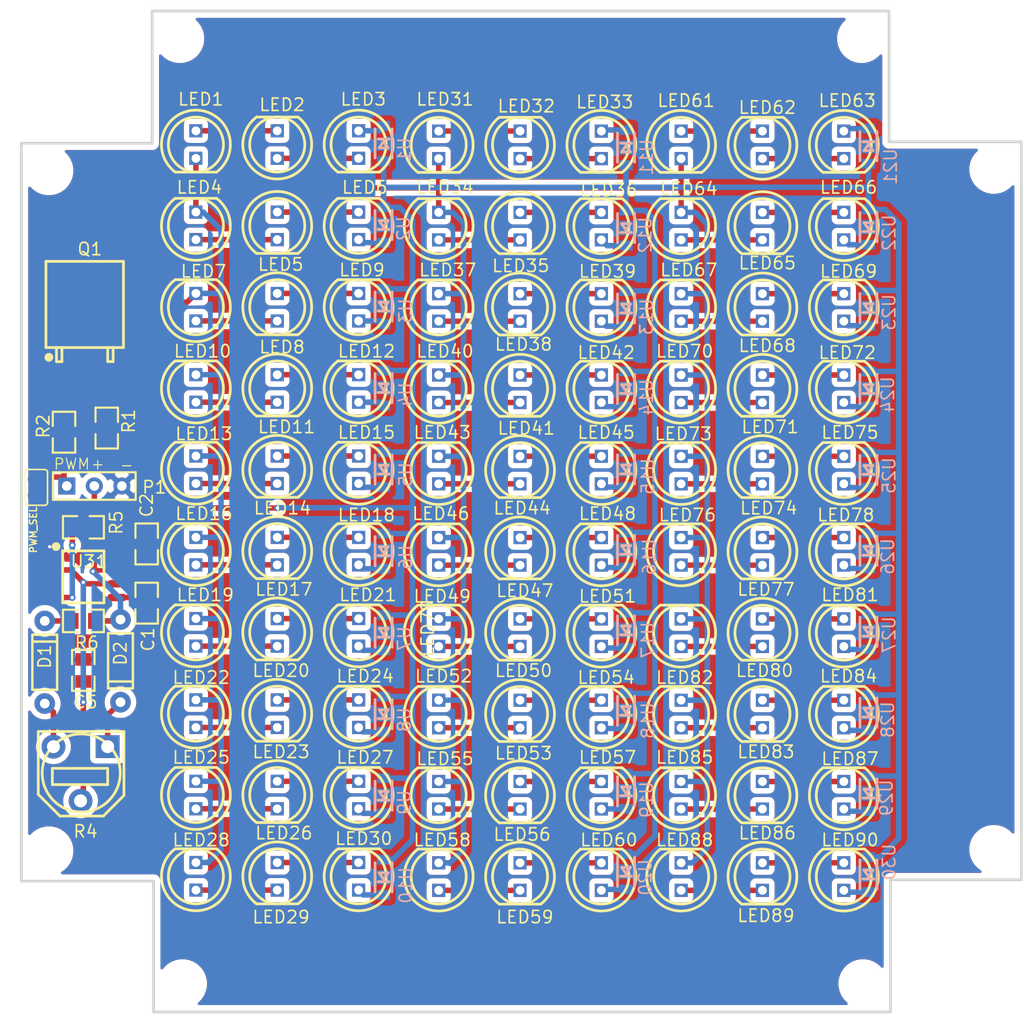
<source format=kicad_pcb>
(kicad_pcb (version 20171130) (host pcbnew 5.1.5-52549c5~84~ubuntu18.04.1)
  (layers (0 F.Cu signal) (31 B.Cu signal) (34 B.Paste user) (35 F.Paste user) (36 B.SilkS user) (37 F.SilkS user) (38 B.Mask user) (39 F.Mask user) (44 Edge.Cuts user))
  (net 0 "")
  (net 1 A)
  (net 2 K)
  (net 3 LED10_1)
  (net 4 LED11_1)
  (net 5 LED12_1)
  (net 6 LED13_1)
  (net 7 LED14_1)
  (net 8 LED15_1)
  (net 9 LED16_1)
  (net 10 LED17_1)
  (net 11 LED18_1)
  (net 12 LED19_1)
  (net 13 LED1_1)
  (net 14 LED20_1)
  (net 15 LED21_1)
  (net 16 LED22_1)
  (net 17 LED23_1)
  (net 18 LED24_1)
  (net 19 LED25_1)
  (net 20 LED26_1)
  (net 21 LED27_1)
  (net 22 LED28_1)
  (net 23 LED29_1)
  (net 24 LED2_1)
  (net 25 LED30_1)
  (net 26 LED31_1)
  (net 27 LED32_1)
  (net 28 LED33_1)
  (net 29 LED34_1)
  (net 30 LED35_1)
  (net 31 LED36_1)
  (net 32 LED37_1)
  (net 33 LED38_1)
  (net 34 LED39_1)
  (net 35 LED3_1)
  (net 36 LED40_1)
  (net 37 LED41_1)
  (net 38 LED42_1)
  (net 39 LED43_1)
  (net 40 LED44_1)
  (net 41 LED45_1)
  (net 42 LED46_1)
  (net 43 LED47_1)
  (net 44 LED48_1)
  (net 45 LED49_1)
  (net 46 LED4_1)
  (net 47 LED50_1)
  (net 48 LED51_1)
  (net 49 LED52_1)
  (net 50 LED53_1)
  (net 51 LED54_1)
  (net 52 LED55_1)
  (net 53 LED56_1)
  (net 54 LED57_1)
  (net 55 LED58_1)
  (net 56 LED59_1)
  (net 57 LED5_1)
  (net 58 LED60_1)
  (net 59 LED61_1)
  (net 60 LED62_1)
  (net 61 LED63_1)
  (net 62 LED64_1)
  (net 63 LED65_1)
  (net 64 LED66_1)
  (net 65 LED67_1)
  (net 66 LED68_1)
  (net 67 LED69_1)
  (net 68 LED6_1)
  (net 69 LED70_1)
  (net 70 LED71_1)
  (net 71 LED72_1)
  (net 72 LED73_1)
  (net 73 LED74_1)
  (net 74 LED75_1)
  (net 75 LED76_1)
  (net 76 LED77_1)
  (net 77 LED78_1)
  (net 78 LED79_1)
  (net 79 LED7_1)
  (net 80 LED80_1)
  (net 81 LED81_1)
  (net 82 LED82_1)
  (net 83 LED83_1)
  (net 84 LED84_1)
  (net 85 LED85_1)
  (net 86 LED86_1)
  (net 87 LED87_1)
  (net 88 LED88_1)
  (net 89 LED89_1)
  (net 90 LED8_1)
  (net 91 LED90_1)
  (net 92 LED9_1)
  (net 93 GND)
  (module easyeda:SOD-123F (layer F.Cu) (at 46.101 24.918 270)
    (fp_text reference U1 (at -0.661 -1.905 90) (layer B.SilkS) (effects (font (size 1.143 1.143) (thickness 0.152)) (justify left mirror)))
    (fp_text value NSI45020T1G hide)
    (pad 1 smd rect (at 1.628 0 270) (size 0.909 1.219) (layers B.Cu B.Paste B.Mask) (net 1 A))
    (pad 2 smd rect (at -1.623 0 270) (size 0.909 1.219) (layers B.Cu B.Paste B.Mask) (net 35 LED3_1))
  )
  (module easyeda:SOD-123F (layer F.Cu) (at 46.101 32.441 90)
    (fp_text reference U2 (at 0.914 1.841 90) (layer B.SilkS) (effects (font (size 1.143 1.143) (thickness 0.152)) (justify left mirror)))
    (fp_text value NSI45020T1G hide)
    (pad 1 smd rect (at 1.626 0 270) (size 0.909 1.219) (layers B.Cu B.Paste B.Mask) (net 1 A))
    (pad 2 smd rect (at -1.626 0 270) (size 0.909 1.219) (layers B.Cu B.Paste B.Mask) (net 68 LED6_1))
  )
  (module easyeda:SOD-123F (layer F.Cu) (at 46.101 39.961 90)
    (fp_text reference U3 (at 0.845 2.032 90) (layer B.SilkS) (effects (font (size 1.143 1.143) (thickness 0.152)) (justify left mirror)))
    (fp_text value NSI45020T1G hide)
    (pad 1 smd rect (at 1.625 0 270) (size 0.909 1.219) (layers B.Cu B.Paste B.Mask) (net 1 A))
    (pad 2 smd rect (at -1.627 0 270) (size 0.909 1.219) (layers B.Cu B.Paste B.Mask) (net 92 LED9_1))
  )
  (module easyeda:SOD-123F (layer F.Cu) (at 46.101 47.482 90)
    (fp_text reference U4 (at 0.619 2.032 90) (layer B.SilkS) (effects (font (size 1.143 1.143) (thickness 0.152)) (justify left mirror)))
    (fp_text value NSI45020T1G hide)
    (pad 1 smd rect (at 1.625 0 270) (size 0.909 1.219) (layers B.Cu B.Paste B.Mask) (net 1 A))
    (pad 2 smd rect (at -1.626 0 270) (size 0.909 1.219) (layers B.Cu B.Paste B.Mask) (net 5 LED12_1))
  )
  (module easyeda:SOD-123F (layer F.Cu) (at 46.101 55.003 90)
    (fp_text reference U5 (at 0.774 2.032 90) (layer B.SilkS) (effects (font (size 1.143 1.143) (thickness 0.152)) (justify left mirror)))
    (fp_text value NSI45020T1G hide)
    (pad 1 smd rect (at 1.625 0 270) (size 0.909 1.219) (layers B.Cu B.Paste B.Mask) (net 1 A))
    (pad 2 smd rect (at -1.626 0 270) (size 0.909 1.219) (layers B.Cu B.Paste B.Mask) (net 8 LED15_1))
  )
  (module easyeda:SOD-123F (layer F.Cu) (at 46.101 62.524 90)
    (fp_text reference U6 (at 0.675 2.032 90) (layer B.SilkS) (effects (font (size 1.143 1.143) (thickness 0.152)) (justify left mirror)))
    (fp_text value NSI45020T1G hide)
    (pad 1 smd rect (at 1.625 0 270) (size 0.909 1.219) (layers B.Cu B.Paste B.Mask) (net 1 A))
    (pad 2 smd rect (at -1.626 0 270) (size 0.909 1.219) (layers B.Cu B.Paste B.Mask) (net 11 LED18_1))
  )
  (module easyeda:SOD-123F (layer F.Cu) (at 46.101 70.045 90)
    (fp_text reference U7 (at 0.703 1.905 90) (layer B.SilkS) (effects (font (size 1.143 1.143) (thickness 0.152)) (justify left mirror)))
    (fp_text value NSI45020T1G hide)
    (pad 1 smd rect (at 1.625 0 270) (size 0.909 1.219) (layers B.Cu B.Paste B.Mask) (net 1 A))
    (pad 2 smd rect (at -1.626 0 270) (size 0.909 1.219) (layers B.Cu B.Paste B.Mask) (net 15 LED21_1))
  )
  (module easyeda:SOD-123F (layer F.Cu) (at 46.101 77.566 90)
    (fp_text reference U8 (at 0.732 1.905 90) (layer B.SilkS) (effects (font (size 1.143 1.143) (thickness 0.152)) (justify left mirror)))
    (fp_text value NSI45020T1G hide)
    (pad 1 smd rect (at 1.625 0 270) (size 0.909 1.219) (layers B.Cu B.Paste B.Mask) (net 1 A))
    (pad 2 smd rect (at -1.626 0 270) (size 0.909 1.219) (layers B.Cu B.Paste B.Mask) (net 18 LED24_1))
  )
  (module easyeda:SOD-123F (layer F.Cu) (at 46.101 85.087 90)
    (fp_text reference U9 (at 0.633 1.905 90) (layer B.SilkS) (effects (font (size 1.143 1.143) (thickness 0.152)) (justify left mirror)))
    (fp_text value NSI45020T1G hide)
    (pad 1 smd rect (at 1.626 0 270) (size 0.909 1.219) (layers B.Cu B.Paste B.Mask) (net 1 A))
    (pad 2 smd rect (at -1.626 0 270) (size 0.909 1.219) (layers B.Cu B.Paste B.Mask) (net 21 LED27_1))
  )
  (module easyeda:SOD-123F (layer F.Cu) (at 46.101 92.609 90)
    (fp_text reference U10 (at 1.042 2.032 90) (layer B.SilkS) (effects (font (size 1.143 1.143) (thickness 0.152)) (justify left mirror)))
    (fp_text value NSI45020T1G hide)
    (pad 1 smd rect (at 1.626 0 270) (size 0.909 1.219) (layers B.Cu B.Paste B.Mask) (net 1 A))
    (pad 2 smd rect (at -1.625 0 270) (size 0.909 1.219) (layers B.Cu B.Paste B.Mask) (net 25 LED30_1))
  )
  (module easyeda:SOD-123F (layer F.Cu) (at 68.453 25.299 270)
    (fp_text reference U11 (at -0.889 -1.892 90) (layer B.SilkS) (effects (font (size 1.143 1.143) (thickness 0.152)) (justify left mirror)))
    (fp_text value NSI45020T1G hide)
    (pad 1 smd rect (at 1.625 0 90) (size 0.909 1.219) (layers B.Cu B.Paste B.Mask) (net 1 A))
    (pad 2 smd rect (at -1.626 0 90) (size 0.909 1.219) (layers B.Cu B.Paste B.Mask) (net 28 LED33_1))
  )
  (module easyeda:SOD-123F (layer F.Cu) (at 68.453 32.721 90)
    (fp_text reference U12 (at 1.143 1.765 90) (layer B.SilkS) (effects (font (size 1.143 1.143) (thickness 0.152)) (justify left mirror)))
    (fp_text value NSI45020T1G hide)
    (pad 1 smd rect (at 1.626 0 270) (size 0.909 1.219) (layers B.Cu B.Paste B.Mask) (net 1 A))
    (pad 2 smd rect (at -1.625 0 270) (size 0.909 1.219) (layers B.Cu B.Paste B.Mask) (net 31 LED36_1))
  )
  (module easyeda:SOD-123F (layer F.Cu) (at 68.453 40.143 90)
    (fp_text reference U13 (at 1.016 1.892 90) (layer B.SilkS) (effects (font (size 1.143 1.143) (thickness 0.152)) (justify left mirror)))
    (fp_text value NSI45020T1G hide)
    (pad 1 smd rect (at 1.627 0 270) (size 0.909 1.219) (layers B.Cu B.Paste B.Mask) (net 1 A))
    (pad 2 smd rect (at -1.624 0 270) (size 0.909 1.219) (layers B.Cu B.Paste B.Mask) (net 34 LED39_1))
  )
  (module easyeda:SOD-123F (layer F.Cu) (at 68.453 47.566 90)
    (fp_text reference U14 (at 1.016 1.892 90) (layer B.SilkS) (effects (font (size 1.143 1.143) (thickness 0.152)) (justify left mirror)))
    (fp_text value NSI45020T1G hide)
    (pad 1 smd rect (at 1.625 0 270) (size 0.909 1.219) (layers B.Cu B.Paste B.Mask) (net 1 A))
    (pad 2 smd rect (at -1.626 0 270) (size 0.909 1.219) (layers B.Cu B.Paste B.Mask) (net 38 LED42_1))
  )
  (module easyeda:SOD-123F (layer F.Cu) (at 68.453 54.988 90)
    (fp_text reference U15 (at 1.143 2.019 90) (layer B.SilkS) (effects (font (size 1.143 1.143) (thickness 0.152)) (justify left mirror)))
    (fp_text value NSI45020T1G hide)
    (pad 1 smd rect (at 1.625 0 270) (size 0.909 1.219) (layers B.Cu B.Paste B.Mask) (net 1 A))
    (pad 2 smd rect (at -1.626 0 270) (size 0.909 1.219) (layers B.Cu B.Paste B.Mask) (net 41 LED45_1))
  )
  (module easyeda:SOD-123F (layer F.Cu) (at 68.453 62.411 90)
    (fp_text reference U16 (at 1.143 2.146 90) (layer B.SilkS) (effects (font (size 1.143 1.143) (thickness 0.152)) (justify left mirror)))
    (fp_text value NSI45020T1G hide)
    (pad 1 smd rect (at 1.626 0 270) (size 0.909 1.219) (layers B.Cu B.Paste B.Mask) (net 1 A))
    (pad 2 smd rect (at -1.625 0 270) (size 0.909 1.219) (layers B.Cu B.Paste B.Mask) (net 44 LED48_1))
  )
  (module easyeda:SOD-123F (layer F.Cu) (at 68.453 69.833 90)
    (fp_text reference U17 (at 0.889 2.019 90) (layer B.SilkS) (effects (font (size 1.143 1.143) (thickness 0.152)) (justify left mirror)))
    (fp_text value NSI45020T1G hide)
    (pad 1 smd rect (at 1.627 0 270) (size 0.909 1.219) (layers B.Cu B.Paste B.Mask) (net 1 A))
    (pad 2 smd rect (at -1.625 0 270) (size 0.909 1.219) (layers B.Cu B.Paste B.Mask) (net 48 LED51_1))
  )
  (module easyeda:SOD-123F (layer F.Cu) (at 68.453 77.256 90)
    (fp_text reference U18 (at 0.889 2.019 90) (layer B.SilkS) (effects (font (size 1.143 1.143) (thickness 0.152)) (justify left mirror)))
    (fp_text value NSI45020T1G hide)
    (pad 1 smd rect (at 1.625 0 270) (size 0.909 1.219) (layers B.Cu B.Paste B.Mask) (net 1 A))
    (pad 2 smd rect (at -1.627 0 270) (size 0.909 1.219) (layers B.Cu B.Paste B.Mask) (net 51 LED54_1))
  )
  (module easyeda:SOD-123F (layer F.Cu) (at 68.453 84.678 90)
    (fp_text reference U19 (at 1.016 1.892 90) (layer B.SilkS) (effects (font (size 1.143 1.143) (thickness 0.152)) (justify left mirror)))
    (fp_text value NSI45020T1G hide)
    (pad 1 smd rect (at 1.625 0 270) (size 0.909 1.219) (layers B.Cu B.Paste B.Mask) (net 1 A))
    (pad 2 smd rect (at -1.626 0 270) (size 0.909 1.219) (layers B.Cu B.Paste B.Mask) (net 54 LED57_1))
  )
  (module easyeda:SOD-123F (layer F.Cu) (at 68.453 92.101 90)
    (fp_text reference U20 (at 1.27 1.765 90) (layer B.SilkS) (effects (font (size 1.143 1.143) (thickness 0.152)) (justify left mirror)))
    (fp_text value NSI45020T1G hide)
    (pad 1 smd rect (at 1.626 0 270) (size 0.909 1.219) (layers B.Cu B.Paste B.Mask) (net 1 A))
    (pad 2 smd rect (at -1.625 0 270) (size 0.909 1.219) (layers B.Cu B.Paste B.Mask) (net 58 LED60_1))
  )
  (module easyeda:SOD-123F (layer F.Cu) (at 90.805 25.172 270)
    (fp_text reference U21 (at 0.101 -2.032 90) (layer B.SilkS) (effects (font (size 1.143 1.143) (thickness 0.152)) (justify left mirror)))
    (fp_text value NSI45020T1G hide)
    (pad 1 smd rect (at 1.625 0 90) (size 0.909 1.219) (layers B.Cu B.Paste B.Mask) (net 1 A))
    (pad 2 smd rect (at -1.626 0 90) (size 0.909 1.219) (layers B.Cu B.Paste B.Mask) (net 61 LED63_1))
  )
  (module easyeda:SOD-123F (layer F.Cu) (at 90.805 32.636 90)
    (fp_text reference U22 (at 1.27 1.905 90) (layer B.SilkS) (effects (font (size 1.143 1.143) (thickness 0.152)) (justify left mirror)))
    (fp_text value NSI45020T1G hide)
    (pad 1 smd rect (at 1.625 0 270) (size 0.909 1.219) (layers B.Cu B.Paste B.Mask) (net 1 A))
    (pad 2 smd rect (at -1.626 0 270) (size 0.909 1.219) (layers B.Cu B.Paste B.Mask) (net 64 LED66_1))
  )
  (module easyeda:SOD-123F (layer F.Cu) (at 90.805 40.101 90)
    (fp_text reference U23 (at 1.397 1.905 90) (layer B.SilkS) (effects (font (size 1.143 1.143) (thickness 0.152)) (justify left mirror)))
    (fp_text value NSI45020T1G hide)
    (pad 1 smd rect (at 1.625 0 270) (size 0.909 1.219) (layers B.Cu B.Paste B.Mask) (net 1 A))
    (pad 2 smd rect (at -1.626 0 270) (size 0.909 1.219) (layers B.Cu B.Paste B.Mask) (net 67 LED69_1))
  )
  (module easyeda:SOD-123F (layer F.Cu) (at 90.805 47.566 90)
    (fp_text reference U24 (at 1.27 1.778 90) (layer B.SilkS) (effects (font (size 1.143 1.143) (thickness 0.152)) (justify left mirror)))
    (fp_text value NSI45020T1G hide)
    (pad 1 smd rect (at 1.625 0 270) (size 0.909 1.219) (layers B.Cu B.Paste B.Mask) (net 1 A))
    (pad 2 smd rect (at -1.626 0 270) (size 0.909 1.219) (layers B.Cu B.Paste B.Mask) (net 71 LED72_1))
  )
  (module easyeda:SOD-123F (layer F.Cu) (at 90.805 55.031 90)
    (fp_text reference U25 (at 1.27 1.905 90) (layer B.SilkS) (effects (font (size 1.143 1.143) (thickness 0.152)) (justify left mirror)))
    (fp_text value NSI45020T1G hide)
    (pad 1 smd rect (at 1.625 0 270) (size 0.909 1.219) (layers B.Cu B.Paste B.Mask) (net 1 A))
    (pad 2 smd rect (at -1.627 0 270) (size 0.909 1.219) (layers B.Cu B.Paste B.Mask) (net 74 LED75_1))
  )
  (module easyeda:SOD-123F (layer F.Cu) (at 90.805 62.495 90)
    (fp_text reference U26 (at 1.27 1.778 90) (layer B.SilkS) (effects (font (size 1.143 1.143) (thickness 0.152)) (justify left mirror)))
    (fp_text value NSI45020T1G hide)
    (pad 1 smd rect (at 1.627 0 270) (size 0.909 1.219) (layers B.Cu B.Paste B.Mask) (net 1 A))
    (pad 2 smd rect (at -1.624 0 270) (size 0.909 1.219) (layers B.Cu B.Paste B.Mask) (net 77 LED78_1))
  )
  (module easyeda:SOD-123F (layer F.Cu) (at 90.805 69.96 90)
    (fp_text reference U27 (at 1.524 1.905 90) (layer B.SilkS) (effects (font (size 1.143 1.143) (thickness 0.152)) (justify left mirror)))
    (fp_text value NSI45020T1G hide)
    (pad 1 smd rect (at 1.627 0 270) (size 0.909 1.219) (layers B.Cu B.Paste B.Mask) (net 1 A))
    (pad 2 smd rect (at -1.625 0 270) (size 0.909 1.219) (layers B.Cu B.Paste B.Mask) (net 81 LED81_1))
  )
  (module easyeda:SOD-123F (layer F.Cu) (at 90.805 77.425 90)
    (fp_text reference U28 (at 1.143 1.778 90) (layer B.SilkS) (effects (font (size 1.143 1.143) (thickness 0.152)) (justify left mirror)))
    (fp_text value NSI45020T1G hide)
    (pad 1 smd rect (at 1.626 0 270) (size 0.909 1.219) (layers B.Cu B.Paste B.Mask) (net 1 A))
    (pad 2 smd rect (at -1.625 0 270) (size 0.909 1.219) (layers B.Cu B.Paste B.Mask) (net 84 LED84_1))
  )
  (module easyeda:SOD-123F (layer F.Cu) (at 90.805 84.89 90)
    (fp_text reference U29 (at 1.397 1.651 90) (layer B.SilkS) (effects (font (size 1.143 1.143) (thickness 0.152)) (justify left mirror)))
    (fp_text value NSI45020T1G hide)
    (pad 1 smd rect (at 1.626 0 270) (size 0.909 1.219) (layers B.Cu B.Paste B.Mask) (net 1 A))
    (pad 2 smd rect (at -1.625 0 270) (size 0.909 1.219) (layers B.Cu B.Paste B.Mask) (net 87 LED87_1))
  )
  (module easyeda:SOD-123F (layer F.Cu) (at 90.805 92.355 90)
    (fp_text reference U30 (at 2.947 1.905 90) (layer B.SilkS) (effects (font (size 1.143 1.143) (thickness 0.152)) (justify left mirror)))
    (fp_text value NSI45020T1G hide)
    (pad 1 smd rect (at 1.626 0 270) (size 0.909 1.219) (layers B.Cu B.Paste B.Mask) (net 1 A))
    (pad 2 smd rect (at -1.625 0 270) (size 0.909 1.219) (layers B.Cu B.Paste B.Mask) (net 91 LED90_1))
  )
  (module easyeda:LED-5MM (layer F.Cu) (at 28.796 25.02 270)
    (fp_text reference LED1 (at -4.178 1.745) (layer F.SilkS) (effects (font (size 1.143 1.143) (thickness 0.152)) (justify left)))
    (fp_text value "5AG3HT01 280-450" hide)
    (pad 1 thru_hole rect (at -1.269 0.001 270) (size 1.212 1.212) (drill 0.813) (layers *.Cu *.Paste *.Mask) (net 13 LED1_1))
    (pad 2 thru_hole rect (at 1.271 0.001 270) (size 1.212 1.212) (drill 0.813) (layers *.Cu *.Paste *.Mask) (net 2 K))
  )
  (module easyeda:LED-5MM (layer F.Cu) (at 36.296 25.02 90)
    (fp_text reference LED2 (at 3.67 -1.752) (layer F.SilkS) (effects (font (size 1.143 1.143) (thickness 0.152)) (justify left)))
    (fp_text value "5AG3HT01 280-450" hide)
    (pad 1 thru_hole rect (at -1.271 -0.001 90) (size 1.212 1.212) (drill 0.813) (layers *.Cu *.Paste *.Mask) (net 24 LED2_1))
    (pad 2 thru_hole rect (at 1.269 -0.001 90) (size 1.212 1.212) (drill 0.813) (layers *.Cu *.Paste *.Mask) (net 13 LED1_1))
  )
  (module easyeda:LED-5MM (layer F.Cu) (at 43.796 25.02 270)
    (fp_text reference LED3 (at -4.178 1.759) (layer F.SilkS) (effects (font (size 1.143 1.143) (thickness 0.152)) (justify left)))
    (fp_text value "5AG3HT01 280-450" hide)
    (pad 1 thru_hole rect (at -1.269 0 270) (size 1.212 1.212) (drill 0.813) (layers *.Cu *.Paste *.Mask) (net 35 LED3_1))
    (pad 2 thru_hole rect (at 1.271 0 270) (size 1.212 1.212) (drill 0.813) (layers *.Cu *.Paste *.Mask) (net 24 LED2_1))
  )
  (module easyeda:LED-5MM (layer F.Cu) (at 28.796 32.519 90)
    (fp_text reference LED4 (at 3.55 -1.872) (layer F.SilkS) (effects (font (size 1.143 1.143) (thickness 0.152)) (justify left)))
    (fp_text value "5AG3HT01 280-450" hide)
    (pad 1 thru_hole rect (at -1.269 -0.001 90) (size 1.212 1.212) (drill 0.813) (layers *.Cu *.Paste *.Mask) (net 46 LED4_1))
    (pad 2 thru_hole rect (at 1.271 -0.001 90) (size 1.212 1.212) (drill 0.813) (layers *.Cu *.Paste *.Mask) (net 2 K))
  )
  (module easyeda:LED-5MM (layer F.Cu) (at 36.296 32.519 270)
    (fp_text reference LED5 (at 3.562 1.879) (layer F.SilkS) (effects (font (size 1.143 1.143) (thickness 0.152)) (justify left)))
    (fp_text value "5AG3HT01 280-450" hide)
    (pad 1 thru_hole rect (at -1.271 -0.002 270) (size 1.212 1.212) (drill 0.813) (layers *.Cu *.Paste *.Mask) (net 57 LED5_1))
    (pad 2 thru_hole rect (at 1.269 -0.002 270) (size 1.212 1.212) (drill 0.813) (layers *.Cu *.Paste *.Mask) (net 46 LED4_1))
  )
  (module easyeda:LED-5MM (layer F.Cu) (at 43.796 32.519 90)
    (fp_text reference LED6 (at 3.55 -1.632) (layer F.SilkS) (effects (font (size 1.143 1.143) (thickness 0.152)) (justify left)))
    (fp_text value "5AG3HT01 280-450" hide)
    (pad 1 thru_hole rect (at -1.269 0 90) (size 1.212 1.212) (drill 0.813) (layers *.Cu *.Paste *.Mask) (net 68 LED6_1))
    (pad 2 thru_hole rect (at 1.271 0 90) (size 1.212 1.212) (drill 0.813) (layers *.Cu *.Paste *.Mask) (net 57 LED5_1))
  )
  (module easyeda:LED-5MM (layer F.Cu) (at 28.796 40.02 90)
    (fp_text reference LED7 (at 3.303 -1.491) (layer F.SilkS) (effects (font (size 1.143 1.143) (thickness 0.152)) (justify left)))
    (fp_text value "5AG3HT01 280-450" hide)
    (pad 1 thru_hole rect (at -1.269 0.001 90) (size 1.212 1.212) (drill 0.813) (layers *.Cu *.Paste *.Mask) (net 79 LED7_1))
    (pad 2 thru_hole rect (at 1.271 0.001 90) (size 1.212 1.212) (drill 0.813) (layers *.Cu *.Paste *.Mask) (net 2 K))
  )
  (module easyeda:LED-5MM (layer F.Cu) (at 36.296 40.02 270)
    (fp_text reference LED8 (at 3.682 1.752) (layer F.SilkS) (effects (font (size 1.143 1.143) (thickness 0.152)) (justify left)))
    (fp_text value "5AG3HT01 280-450" hide)
    (pad 1 thru_hole rect (at -1.268 0.001 270) (size 1.212 1.212) (drill 0.813) (layers *.Cu *.Paste *.Mask) (net 90 LED8_1))
    (pad 2 thru_hole rect (at 1.272 0.001 270) (size 1.212 1.212) (drill 0.813) (layers *.Cu *.Paste *.Mask) (net 79 LED7_1))
  )
  (module easyeda:LED-5MM (layer F.Cu) (at 43.796 40.02 90)
    (fp_text reference LED9 (at 3.43 -1.886) (layer F.SilkS) (effects (font (size 1.143 1.143) (thickness 0.152)) (justify left)))
    (fp_text value "5AG3HT01 280-450" hide)
    (pad 1 thru_hole rect (at -1.269 0.002 90) (size 1.212 1.212) (drill 0.813) (layers *.Cu *.Paste *.Mask) (net 92 LED9_1))
    (pad 2 thru_hole rect (at 1.271 0.002 90) (size 1.212 1.212) (drill 0.813) (layers *.Cu *.Paste *.Mask) (net 90 LED8_1))
  )
  (module easyeda:LED-5MM (layer F.Cu) (at 28.796 47.52 90)
    (fp_text reference LED10 (at 3.437 -2.126) (layer F.SilkS) (effects (font (size 1.143 1.143) (thickness 0.152)) (justify left)))
    (fp_text value "5AG3HT01 280-450" hide)
    (pad 1 thru_hole rect (at -1.268 0.001 90) (size 1.212 1.212) (drill 0.813) (layers *.Cu *.Paste *.Mask) (net 3 LED10_1))
    (pad 2 thru_hole rect (at 1.272 0.001 90) (size 1.212 1.212) (drill 0.813) (layers *.Cu *.Paste *.Mask) (net 2 K))
  )
  (module easyeda:LED-5MM (layer F.Cu) (at 36.296 47.52 270)
    (fp_text reference LED11 (at 3.548 1.879) (layer F.SilkS) (effects (font (size 1.143 1.143) (thickness 0.152)) (justify left)))
    (fp_text value "5AG3HT01 280-450" hide)
    (pad 1 thru_hole rect (at -1.27 0.001 270) (size 1.212 1.212) (drill 0.813) (layers *.Cu *.Paste *.Mask) (net 4 LED11_1))
    (pad 2 thru_hole rect (at 1.27 0.001 270) (size 1.212 1.212) (drill 0.813) (layers *.Cu *.Paste *.Mask) (net 3 LED10_1))
  )
  (module easyeda:LED-5MM (layer F.Cu) (at 43.796 47.52 90)
    (fp_text reference LED12 (at 3.437 -2.013) (layer F.SilkS) (effects (font (size 1.143 1.143) (thickness 0.152)) (justify left)))
    (fp_text value "5AG3HT01 280-450" hide)
    (pad 1 thru_hole rect (at -1.268 0.002 90) (size 1.212 1.212) (drill 0.813) (layers *.Cu *.Paste *.Mask) (net 5 LED12_1))
    (pad 2 thru_hole rect (at 1.272 0.002 90) (size 1.212 1.212) (drill 0.813) (layers *.Cu *.Paste *.Mask) (net 4 LED11_1))
  )
  (module easyeda:LED-5MM (layer F.Cu) (at 28.796 55.019 90)
    (fp_text reference LED13 (at 3.317 -1.999) (layer F.SilkS) (effects (font (size 1.143 1.143) (thickness 0.152)) (justify left)))
    (fp_text value "5AG3HT01 280-450" hide)
    (pad 1 thru_hole rect (at -1.268 0.001 90) (size 1.212 1.212) (drill 0.813) (layers *.Cu *.Paste *.Mask) (net 6 LED13_1))
    (pad 2 thru_hole rect (at 1.272 0.001 90) (size 1.212 1.212) (drill 0.813) (layers *.Cu *.Paste *.Mask) (net 2 K))
  )
  (module easyeda:LED-5MM (layer F.Cu) (at 36.296 55.019 270)
    (fp_text reference LED14 (at 3.541 2.26) (layer F.SilkS) (effects (font (size 1.143 1.143) (thickness 0.152)) (justify left)))
    (fp_text value "5AG3HT01 280-450" hide)
    (pad 1 thru_hole rect (at -1.269 0.001 270) (size 1.212 1.212) (drill 0.813) (layers *.Cu *.Paste *.Mask) (net 7 LED14_1))
    (pad 2 thru_hole rect (at 1.271 0.001 270) (size 1.212 1.212) (drill 0.813) (layers *.Cu *.Paste *.Mask) (net 6 LED13_1))
  )
  (module easyeda:LED-5MM (layer F.Cu) (at 43.796 55.019 90)
    (fp_text reference LED15 (at 3.444 -2.013) (layer F.SilkS) (effects (font (size 1.143 1.143) (thickness 0.152)) (justify left)))
    (fp_text value "5AG3HT01 280-450" hide)
    (pad 1 thru_hole rect (at -1.268 0.002 90) (size 1.212 1.212) (drill 0.813) (layers *.Cu *.Paste *.Mask) (net 8 LED15_1))
    (pad 2 thru_hole rect (at 1.272 0.002 90) (size 1.212 1.212) (drill 0.813) (layers *.Cu *.Paste *.Mask) (net 7 LED14_1))
  )
  (module easyeda:LED-5MM (layer F.Cu) (at 28.796 62.52 90)
    (fp_text reference LED16 (at 3.451 -1.999) (layer F.SilkS) (effects (font (size 1.143 1.143) (thickness 0.152)) (justify left)))
    (fp_text value "5AG3HT01 280-450" hide)
    (pad 1 thru_hole rect (at -1.269 0.001 90) (size 1.212 1.212) (drill 0.813) (layers *.Cu *.Paste *.Mask) (net 9 LED16_1))
    (pad 2 thru_hole rect (at 1.271 0.001 90) (size 1.212 1.212) (drill 0.813) (layers *.Cu *.Paste *.Mask) (net 2 K))
  )
  (module easyeda:LED-5MM (layer F.Cu) (at 36.296 62.52 270)
    (fp_text reference LED17 (at 3.534 2.133) (layer F.SilkS) (effects (font (size 1.143 1.143) (thickness 0.152)) (justify left)))
    (fp_text value "5AG3HT01 280-450" hide)
    (pad 1 thru_hole rect (at -1.269 0.001 270) (size 1.212 1.212) (drill 0.813) (layers *.Cu *.Paste *.Mask) (net 10 LED17_1))
    (pad 2 thru_hole rect (at 1.271 0.001 270) (size 1.212 1.212) (drill 0.813) (layers *.Cu *.Paste *.Mask) (net 9 LED16_1))
  )
  (module easyeda:LED-5MM (layer F.Cu) (at 43.796 62.52 90)
    (fp_text reference LED18 (at 3.324 -2.013) (layer F.SilkS) (effects (font (size 1.143 1.143) (thickness 0.152)) (justify left)))
    (fp_text value "5AG3HT01 280-450" hide)
    (pad 1 thru_hole rect (at -1.269 0.002 90) (size 1.212 1.212) (drill 0.813) (layers *.Cu *.Paste *.Mask) (net 11 LED18_1))
    (pad 2 thru_hole rect (at 1.271 0.002 90) (size 1.212 1.212) (drill 0.813) (layers *.Cu *.Paste *.Mask) (net 10 LED17_1))
  )
  (module easyeda:LED-5MM (layer F.Cu) (at 28.796 70.019 90)
    (fp_text reference LED19 (at 3.458 -1.872) (layer F.SilkS) (effects (font (size 1.143 1.143) (thickness 0.152)) (justify left)))
    (fp_text value "5AG3HT01 280-450" hide)
    (pad 1 thru_hole rect (at -1.269 0.001 90) (size 1.212 1.212) (drill 0.813) (layers *.Cu *.Paste *.Mask) (net 12 LED19_1))
    (pad 2 thru_hole rect (at 1.271 0.001 90) (size 1.212 1.212) (drill 0.813) (layers *.Cu *.Paste *.Mask) (net 2 K))
  )
  (module easyeda:LED-5MM (layer F.Cu) (at 36.296 70.019 270)
    (fp_text reference LED20 (at 3.527 2.387) (layer F.SilkS) (effects (font (size 1.143 1.143) (thickness 0.152)) (justify left)))
    (fp_text value "5AG3HT01 280-450" hide)
    (pad 1 thru_hole rect (at -1.268 0.001 270) (size 1.212 1.212) (drill 0.813) (layers *.Cu *.Paste *.Mask) (net 14 LED20_1))
    (pad 2 thru_hole rect (at 1.272 0.001 270) (size 1.212 1.212) (drill 0.813) (layers *.Cu *.Paste *.Mask) (net 12 LED19_1))
  )
  (module easyeda:LED-5MM (layer F.Cu) (at 43.796 70.019 90)
    (fp_text reference LED21 (at 3.458 -1.886) (layer F.SilkS) (effects (font (size 1.143 1.143) (thickness 0.152)) (justify left)))
    (fp_text value "5AG3HT01 280-450" hide)
    (pad 1 thru_hole rect (at -1.269 0.002 90) (size 1.212 1.212) (drill 0.813) (layers *.Cu *.Paste *.Mask) (net 15 LED21_1))
    (pad 2 thru_hole rect (at 1.271 0.002 90) (size 1.212 1.212) (drill 0.813) (layers *.Cu *.Paste *.Mask) (net 14 LED20_1))
  )
  (module easyeda:LED-5MM (layer F.Cu) (at 28.796 77.52 90)
    (fp_text reference LED22 (at 3.338 -2.253) (layer F.SilkS) (effects (font (size 1.143 1.143) (thickness 0.152)) (justify left)))
    (fp_text value "5AG3HT01 280-450" hide)
    (pad 1 thru_hole rect (at -1.267 0.001 90) (size 1.212 1.212) (drill 0.813) (layers *.Cu *.Paste *.Mask) (net 16 LED22_1))
    (pad 2 thru_hole rect (at 1.273 0.001 90) (size 1.212 1.212) (drill 0.813) (layers *.Cu *.Paste *.Mask) (net 2 K))
  )
  (module easyeda:LED-5MM (layer F.Cu) (at 36.296 77.52 270)
    (fp_text reference LED23 (at 3.52 2.387) (layer F.SilkS) (effects (font (size 1.143 1.143) (thickness 0.152)) (justify left)))
    (fp_text value "5AG3HT01 280-450" hide)
    (pad 1 thru_hole rect (at -1.27 0.001 270) (size 1.212 1.212) (drill 0.813) (layers *.Cu *.Paste *.Mask) (net 17 LED23_1))
    (pad 2 thru_hole rect (at 1.27 0.001 270) (size 1.212 1.212) (drill 0.813) (layers *.Cu *.Paste *.Mask) (net 16 LED22_1))
  )
  (module easyeda:LED-5MM (layer F.Cu) (at 43.796 77.52 90)
    (fp_text reference LED24 (at 3.465 -2.14) (layer F.SilkS) (effects (font (size 1.143 1.143) (thickness 0.152)) (justify left)))
    (fp_text value "5AG3HT01 280-450" hide)
    (pad 1 thru_hole rect (at -1.267 0.002 90) (size 1.212 1.212) (drill 0.813) (layers *.Cu *.Paste *.Mask) (net 18 LED24_1))
    (pad 2 thru_hole rect (at 1.273 0.002 90) (size 1.212 1.212) (drill 0.813) (layers *.Cu *.Paste *.Mask) (net 17 LED23_1))
  )
  (module easyeda:LED-5MM (layer F.Cu) (at 28.796 85.019 90)
    (fp_text reference LED25 (at 3.472 -2.253) (layer F.SilkS) (effects (font (size 1.143 1.143) (thickness 0.152)) (justify left)))
    (fp_text value "5AG3HT01 280-450" hide)
    (pad 1 thru_hole rect (at -1.268 0.001 90) (size 1.212 1.212) (drill 0.813) (layers *.Cu *.Paste *.Mask) (net 19 LED25_1))
    (pad 2 thru_hole rect (at 1.272 0.001 90) (size 1.212 1.212) (drill 0.813) (layers *.Cu *.Paste *.Mask) (net 2 K))
  )
  (module easyeda:LED-5MM (layer F.Cu) (at 36.296 85.019 270)
    (fp_text reference LED26 (at 3.513 2.133) (layer F.SilkS) (effects (font (size 1.143 1.143) (thickness 0.152)) (justify left)))
    (fp_text value "5AG3HT01 280-450" hide)
    (pad 1 thru_hole rect (at -1.269 0.001 270) (size 1.212 1.212) (drill 0.813) (layers *.Cu *.Paste *.Mask) (net 20 LED26_1))
    (pad 2 thru_hole rect (at 1.271 0.001 270) (size 1.212 1.212) (drill 0.813) (layers *.Cu *.Paste *.Mask) (net 19 LED25_1))
  )
  (module easyeda:LED-5MM (layer F.Cu) (at 43.796 85.019 90)
    (fp_text reference LED27 (at 3.472 -2.14) (layer F.SilkS) (effects (font (size 1.143 1.143) (thickness 0.152)) (justify left)))
    (fp_text value "5AG3HT01 280-450" hide)
    (pad 1 thru_hole rect (at -1.268 0.002 90) (size 1.212 1.212) (drill 0.813) (layers *.Cu *.Paste *.Mask) (net 21 LED27_1))
    (pad 2 thru_hole rect (at 1.272 0.002 90) (size 1.212 1.212) (drill 0.813) (layers *.Cu *.Paste *.Mask) (net 20 LED26_1))
  )
  (module easyeda:LED-5MM (layer F.Cu) (at 28.796 92.52 90)
    (fp_text reference LED28 (at 3.352 -2.253) (layer F.SilkS) (effects (font (size 1.143 1.143) (thickness 0.152)) (justify left)))
    (fp_text value "5AG3HT01 280-450" hide)
    (pad 1 thru_hole rect (at -1.269 0.001 90) (size 1.212 1.212) (drill 0.813) (layers *.Cu *.Paste *.Mask) (net 22 LED28_1))
    (pad 2 thru_hole rect (at 1.271 0.001 90) (size 1.212 1.212) (drill 0.813) (layers *.Cu *.Paste *.Mask) (net 2 K))
  )
  (module easyeda:LED-5MM (layer F.Cu) (at 36.296 92.52 270)
    (fp_text reference LED29 (at 3.76 2.387) (layer F.SilkS) (effects (font (size 1.143 1.143) (thickness 0.152)) (justify left)))
    (fp_text value "5AG3HT01 280-450" hide)
    (pad 1 thru_hole rect (at -1.269 0.001 270) (size 1.212 1.212) (drill 0.813) (layers *.Cu *.Paste *.Mask) (net 23 LED29_1))
    (pad 2 thru_hole rect (at 1.271 0.001 270) (size 1.212 1.212) (drill 0.813) (layers *.Cu *.Paste *.Mask) (net 22 LED28_1))
  )
  (module easyeda:LED-5MM (layer F.Cu) (at 43.796 92.52 90)
    (fp_text reference LED30 (at 3.479 -2.267) (layer F.SilkS) (effects (font (size 1.143 1.143) (thickness 0.152)) (justify left)))
    (fp_text value "5AG3HT01 280-450" hide)
    (pad 1 thru_hole rect (at -1.269 0.002 90) (size 1.212 1.212) (drill 0.813) (layers *.Cu *.Paste *.Mask) (net 25 LED30_1))
    (pad 2 thru_hole rect (at 1.271 0.002 90) (size 1.212 1.212) (drill 0.813) (layers *.Cu *.Paste *.Mask) (net 23 LED29_1))
  )
  (module easyeda:LED-5MM (layer F.Cu) (at 51.181 25.045 270)
    (fp_text reference LED31 (at -4.203 2.159) (layer F.SilkS) (effects (font (size 1.143 1.143) (thickness 0.152)) (justify left)))
    (fp_text value "5AG3HT01 280-450" hide)
    (pad 1 thru_hole rect (at -1.269 0.001 270) (size 1.212 1.212) (drill 0.813) (layers *.Cu *.Paste *.Mask) (net 26 LED31_1))
    (pad 2 thru_hole rect (at 1.271 0.001 270) (size 1.212 1.212) (drill 0.813) (layers *.Cu *.Paste *.Mask) (net 2 K))
  )
  (module easyeda:LED-5MM (layer F.Cu) (at 58.681 25.045 90)
    (fp_text reference LED32 (at 3.568 -2.166) (layer F.SilkS) (effects (font (size 1.143 1.143) (thickness 0.152)) (justify left)))
    (fp_text value "5AG3HT01 280-450" hide)
    (pad 1 thru_hole rect (at -1.269 0.002 90) (size 1.212 1.212) (drill 0.813) (layers *.Cu *.Paste *.Mask) (net 27 LED32_1))
    (pad 2 thru_hole rect (at 1.271 0.002 90) (size 1.212 1.212) (drill 0.813) (layers *.Cu *.Paste *.Mask) (net 26 LED31_1))
  )
  (module easyeda:LED-5MM (layer F.Cu) (at 66.181 25.045 270)
    (fp_text reference LED33 (at -3.949 2.427) (layer F.SilkS) (effects (font (size 1.143 1.143) (thickness 0.152)) (justify left)))
    (fp_text value "5AG3HT01 280-450" hide)
    (pad 1 thru_hole rect (at -1.269 0 270) (size 1.212 1.212) (drill 0.813) (layers *.Cu *.Paste *.Mask) (net 28 LED33_1))
    (pad 2 thru_hole rect (at 1.271 0 270) (size 1.212 1.212) (drill 0.813) (layers *.Cu *.Paste *.Mask) (net 27 LED32_1))
  )
  (module easyeda:LED-5MM (layer F.Cu) (at 51.181 32.544 90)
    (fp_text reference LED34 (at 3.575 -2.159) (layer F.SilkS) (effects (font (size 1.143 1.143) (thickness 0.152)) (justify left)))
    (fp_text value "5AG3HT01 280-450" hide)
    (pad 1 thru_hole rect (at -1.269 0.001 90) (size 1.212 1.212) (drill 0.813) (layers *.Cu *.Paste *.Mask) (net 29 LED34_1))
    (pad 2 thru_hole rect (at 1.271 0.001 90) (size 1.212 1.212) (drill 0.813) (layers *.Cu *.Paste *.Mask) (net 2 K))
  )
  (module easyeda:LED-5MM (layer F.Cu) (at 58.681 32.544 270)
    (fp_text reference LED35 (at 3.664 2.674) (layer F.SilkS) (effects (font (size 1.143 1.143) (thickness 0.152)) (justify left)))
    (fp_text value "5AG3HT01 280-450" hide)
    (pad 1 thru_hole rect (at -1.268 0.001 270) (size 1.212 1.212) (drill 0.813) (layers *.Cu *.Paste *.Mask) (net 30 LED35_1))
    (pad 2 thru_hole rect (at 1.272 0.001 270) (size 1.212 1.212) (drill 0.813) (layers *.Cu *.Paste *.Mask) (net 29 LED34_1))
  )
  (module easyeda:LED-5MM (layer F.Cu) (at 66.181 32.544 90)
    (fp_text reference LED36 (at 3.321 -2.046) (layer F.SilkS) (effects (font (size 1.143 1.143) (thickness 0.152)) (justify left)))
    (fp_text value "5AG3HT01 280-450" hide)
    (pad 1 thru_hole rect (at -1.269 0.002 90) (size 1.212 1.212) (drill 0.813) (layers *.Cu *.Paste *.Mask) (net 31 LED36_1))
    (pad 2 thru_hole rect (at 1.271 0.002 90) (size 1.212 1.212) (drill 0.813) (layers *.Cu *.Paste *.Mask) (net 30 LED35_1))
  )
  (module easyeda:LED-5MM (layer F.Cu) (at 51.181 40.044 90)
    (fp_text reference LED37 (at 3.455 -1.905) (layer F.SilkS) (effects (font (size 1.143 1.143) (thickness 0.152)) (justify left)))
    (fp_text value "5AG3HT01 280-450" hide)
    (pad 1 thru_hole rect (at -1.27 0.001 90) (size 1.212 1.212) (drill 0.813) (layers *.Cu *.Paste *.Mask) (net 32 LED37_1))
    (pad 2 thru_hole rect (at 1.27 0.001 90) (size 1.212 1.212) (drill 0.813) (layers *.Cu *.Paste *.Mask) (net 2 K))
  )
  (module easyeda:LED-5MM (layer F.Cu) (at 58.681 40.044 270)
    (fp_text reference LED38 (at 3.403 2.42) (layer F.SilkS) (effects (font (size 1.143 1.143) (thickness 0.152)) (justify left)))
    (fp_text value "5AG3HT01 280-450" hide)
    (pad 1 thru_hole rect (at -1.268 0.001 270) (size 1.212 1.212) (drill 0.813) (layers *.Cu *.Paste *.Mask) (net 33 LED38_1))
    (pad 2 thru_hole rect (at 1.272 0.001 270) (size 1.212 1.212) (drill 0.813) (layers *.Cu *.Paste *.Mask) (net 32 LED37_1))
  )
  (module easyeda:LED-5MM (layer F.Cu) (at 66.181 40.044 90)
    (fp_text reference LED39 (at 3.328 -2.173) (layer F.SilkS) (effects (font (size 1.143 1.143) (thickness 0.152)) (justify left)))
    (fp_text value "5AG3HT01 280-450" hide)
    (pad 1 thru_hole rect (at -1.27 0.002 90) (size 1.212 1.212) (drill 0.813) (layers *.Cu *.Paste *.Mask) (net 34 LED39_1))
    (pad 2 thru_hole rect (at 1.27 0.002 90) (size 1.212 1.212) (drill 0.813) (layers *.Cu *.Paste *.Mask) (net 33 LED38_1))
  )
  (module easyeda:LED-5MM (layer F.Cu) (at 51.181 47.545 90)
    (fp_text reference LED40 (at 3.462 -2.159) (layer F.SilkS) (effects (font (size 1.143 1.143) (thickness 0.152)) (justify left)))
    (fp_text value "5AG3HT01 280-450" hide)
    (pad 1 thru_hole rect (at -1.268 0.001 90) (size 1.212 1.212) (drill 0.813) (layers *.Cu *.Paste *.Mask) (net 36 LED40_1))
    (pad 2 thru_hole rect (at 1.272 0.001 90) (size 1.212 1.212) (drill 0.813) (layers *.Cu *.Paste *.Mask) (net 2 K))
  )
  (module easyeda:LED-5MM (layer F.Cu) (at 58.681 47.545 270)
    (fp_text reference LED41 (at 3.65 2.166) (layer F.SilkS) (effects (font (size 1.143 1.143) (thickness 0.152)) (justify left)))
    (fp_text value "5AG3HT01 280-450" hide)
    (pad 1 thru_hole rect (at -1.27 0.001 270) (size 1.212 1.212) (drill 0.813) (layers *.Cu *.Paste *.Mask) (net 37 LED41_1))
    (pad 2 thru_hole rect (at 1.27 0.001 270) (size 1.212 1.212) (drill 0.813) (layers *.Cu *.Paste *.Mask) (net 36 LED40_1))
  )
  (module easyeda:LED-5MM (layer F.Cu) (at 66.181 47.545 90)
    (fp_text reference LED42 (at 3.335 -2.3) (layer F.SilkS) (effects (font (size 1.143 1.143) (thickness 0.152)) (justify left)))
    (fp_text value "5AG3HT01 280-450" hide)
    (pad 1 thru_hole rect (at -1.268 0.002 90) (size 1.212 1.212) (drill 0.813) (layers *.Cu *.Paste *.Mask) (net 38 LED42_1))
    (pad 2 thru_hole rect (at 1.272 0.002 90) (size 1.212 1.212) (drill 0.813) (layers *.Cu *.Paste *.Mask) (net 37 LED41_1))
  )
  (module easyeda:LED-5MM (layer F.Cu) (at 51.181 55.044 90)
    (fp_text reference LED43 (at 3.469 -2.413) (layer F.SilkS) (effects (font (size 1.143 1.143) (thickness 0.152)) (justify left)))
    (fp_text value "5AG3HT01 280-450" hide)
    (pad 1 thru_hole rect (at -1.269 0.001 90) (size 1.212 1.212) (drill 0.813) (layers *.Cu *.Paste *.Mask) (net 39 LED43_1))
    (pad 2 thru_hole rect (at 1.271 0.001 90) (size 1.212 1.212) (drill 0.813) (layers *.Cu *.Paste *.Mask) (net 2 K))
  )
  (module easyeda:LED-5MM (layer F.Cu) (at 58.681 55.044 270)
    (fp_text reference LED44 (at 3.516 2.547) (layer F.SilkS) (effects (font (size 1.143 1.143) (thickness 0.152)) (justify left)))
    (fp_text value "5AG3HT01 280-450" hide)
    (pad 1 thru_hole rect (at -1.269 0.001 270) (size 1.212 1.212) (drill 0.813) (layers *.Cu *.Paste *.Mask) (net 40 LED44_1))
    (pad 2 thru_hole rect (at 1.271 0.001 270) (size 1.212 1.212) (drill 0.813) (layers *.Cu *.Paste *.Mask) (net 39 LED43_1))
  )
  (module easyeda:LED-5MM (layer F.Cu) (at 66.181 55.044 90)
    (fp_text reference LED45 (at 3.469 -2.3) (layer F.SilkS) (effects (font (size 1.143 1.143) (thickness 0.152)) (justify left)))
    (fp_text value "5AG3HT01 280-450" hide)
    (pad 1 thru_hole rect (at -1.269 0.002 90) (size 1.212 1.212) (drill 0.813) (layers *.Cu *.Paste *.Mask) (net 41 LED45_1))
    (pad 2 thru_hole rect (at 1.271 0.002 90) (size 1.212 1.212) (drill 0.813) (layers *.Cu *.Paste *.Mask) (net 40 LED44_1))
  )
  (module easyeda:LED-5MM (layer F.Cu) (at 51.181 62.545 90)
    (fp_text reference LED46 (at 3.476 -2.54) (layer F.SilkS) (effects (font (size 1.143 1.143) (thickness 0.152)) (justify left)))
    (fp_text value "5AG3HT01 280-450" hide)
    (pad 1 thru_hole rect (at -1.269 0.001 90) (size 1.212 1.212) (drill 0.813) (layers *.Cu *.Paste *.Mask) (net 42 LED46_1))
    (pad 2 thru_hole rect (at 1.271 0.001 90) (size 1.212 1.212) (drill 0.813) (layers *.Cu *.Paste *.Mask) (net 2 K))
  )
  (module easyeda:LED-5MM (layer F.Cu) (at 58.681 62.545 270)
    (fp_text reference LED47 (at 3.636 2.293) (layer F.SilkS) (effects (font (size 1.143 1.143) (thickness 0.152)) (justify left)))
    (fp_text value "5AG3HT01 280-450" hide)
    (pad 1 thru_hole rect (at -1.268 0.001 270) (size 1.212 1.212) (drill 0.813) (layers *.Cu *.Paste *.Mask) (net 43 LED47_1))
    (pad 2 thru_hole rect (at 1.272 0.001 270) (size 1.212 1.212) (drill 0.813) (layers *.Cu *.Paste *.Mask) (net 42 LED46_1))
  )
  (module easyeda:LED-5MM (layer F.Cu) (at 66.181 62.545 90)
    (fp_text reference LED48 (at 3.476 -2.173) (layer F.SilkS) (effects (font (size 1.143 1.143) (thickness 0.152)) (justify left)))
    (fp_text value "5AG3HT01 280-450" hide)
    (pad 1 thru_hole rect (at -1.269 0.002 90) (size 1.212 1.212) (drill 0.813) (layers *.Cu *.Paste *.Mask) (net 44 LED48_1))
    (pad 2 thru_hole rect (at 1.271 0.002 90) (size 1.212 1.212) (drill 0.813) (layers *.Cu *.Paste *.Mask) (net 43 LED47_1))
  )
  (module easyeda:LED-5MM (layer F.Cu) (at 51.181 70.044 90)
    (fp_text reference LED49 (at 3.356 -2.413) (layer F.SilkS) (effects (font (size 1.143 1.143) (thickness 0.152)) (justify left)))
    (fp_text value "5AG3HT01 280-450" hide)
    (pad 1 thru_hole rect (at -1.27 0.001 90) (size 1.212 1.212) (drill 0.813) (layers *.Cu *.Paste *.Mask) (net 45 LED49_1))
    (pad 2 thru_hole rect (at 1.27 0.001 90) (size 1.212 1.212) (drill 0.813) (layers *.Cu *.Paste *.Mask) (net 2 K))
  )
  (module easyeda:LED-5MM (layer F.Cu) (at 58.681 70.044 270)
    (fp_text reference LED50 (at 3.502 2.42) (layer F.SilkS) (effects (font (size 1.143 1.143) (thickness 0.152)) (justify left)))
    (fp_text value "5AG3HT01 280-450" hide)
    (pad 1 thru_hole rect (at -1.268 0.001 270) (size 1.212 1.212) (drill 0.813) (layers *.Cu *.Paste *.Mask) (net 47 LED50_1))
    (pad 2 thru_hole rect (at 1.272 0.001 270) (size 1.212 1.212) (drill 0.813) (layers *.Cu *.Paste *.Mask) (net 45 LED49_1))
  )
  (module easyeda:LED-5MM (layer F.Cu) (at 66.181 70.044 90)
    (fp_text reference LED51 (at 3.356 -2.173) (layer F.SilkS) (effects (font (size 1.143 1.143) (thickness 0.152)) (justify left)))
    (fp_text value "5AG3HT01 280-450" hide)
    (pad 1 thru_hole rect (at -1.27 0.002 90) (size 1.212 1.212) (drill 0.813) (layers *.Cu *.Paste *.Mask) (net 48 LED51_1))
    (pad 2 thru_hole rect (at 1.27 0.002 90) (size 1.212 1.212) (drill 0.813) (layers *.Cu *.Paste *.Mask) (net 47 LED50_1))
  )
  (module easyeda:LED-5MM (layer F.Cu) (at 51.181 77.544 90)
    (fp_text reference LED52 (at 3.49 -2.286) (layer F.SilkS) (effects (font (size 1.143 1.143) (thickness 0.152)) (justify left)))
    (fp_text value "5AG3HT01 280-450" hide)
    (pad 1 thru_hole rect (at -1.268 0.001 90) (size 1.212 1.212) (drill 0.813) (layers *.Cu *.Paste *.Mask) (net 49 LED52_1))
    (pad 2 thru_hole rect (at 1.272 0.001 90) (size 1.212 1.212) (drill 0.813) (layers *.Cu *.Paste *.Mask) (net 2 K))
  )
  (module easyeda:LED-5MM (layer F.Cu) (at 58.681 77.544 270)
    (fp_text reference LED53 (at 3.622 2.42) (layer F.SilkS) (effects (font (size 1.143 1.143) (thickness 0.152)) (justify left)))
    (fp_text value "5AG3HT01 280-450" hide)
    (pad 1 thru_hole rect (at -1.27 0.001 270) (size 1.212 1.212) (drill 0.813) (layers *.Cu *.Paste *.Mask) (net 50 LED53_1))
    (pad 2 thru_hole rect (at 1.27 0.001 270) (size 1.212 1.212) (drill 0.813) (layers *.Cu *.Paste *.Mask) (net 49 LED52_1))
  )
  (module easyeda:LED-5MM (layer F.Cu) (at 66.181 77.544 90)
    (fp_text reference LED54 (at 3.363 -2.3) (layer F.SilkS) (effects (font (size 1.143 1.143) (thickness 0.152)) (justify left)))
    (fp_text value "5AG3HT01 280-450" hide)
    (pad 1 thru_hole rect (at -1.268 0.002 90) (size 1.212 1.212) (drill 0.813) (layers *.Cu *.Paste *.Mask) (net 51 LED54_1))
    (pad 2 thru_hole rect (at 1.272 0.002 90) (size 1.212 1.212) (drill 0.813) (layers *.Cu *.Paste *.Mask) (net 50 LED53_1))
  )
  (module easyeda:LED-5MM (layer F.Cu) (at 51.181 85.044 90)
    (fp_text reference LED55 (at 3.37 -2.159) (layer F.SilkS) (effects (font (size 1.143 1.143) (thickness 0.152)) (justify left)))
    (fp_text value "5AG3HT01 280-450" hide)
    (pad 1 thru_hole rect (at -1.269 0.001 90) (size 1.212 1.212) (drill 0.813) (layers *.Cu *.Paste *.Mask) (net 52 LED55_1))
    (pad 2 thru_hole rect (at 1.271 0.001 90) (size 1.212 1.212) (drill 0.813) (layers *.Cu *.Paste *.Mask) (net 2 K))
  )
  (module easyeda:LED-5MM (layer F.Cu) (at 58.681 85.044 270)
    (fp_text reference LED56 (at 3.615 2.547) (layer F.SilkS) (effects (font (size 1.143 1.143) (thickness 0.152)) (justify left)))
    (fp_text value "5AG3HT01 280-450" hide)
    (pad 1 thru_hole rect (at -1.269 0.001 270) (size 1.212 1.212) (drill 0.813) (layers *.Cu *.Paste *.Mask) (net 53 LED56_1))
    (pad 2 thru_hole rect (at 1.271 0.001 270) (size 1.212 1.212) (drill 0.813) (layers *.Cu *.Paste *.Mask) (net 52 LED55_1))
  )
  (module easyeda:LED-5MM (layer F.Cu) (at 66.181 85.044 90)
    (fp_text reference LED57 (at 3.497 -2.173) (layer F.SilkS) (effects (font (size 1.143 1.143) (thickness 0.152)) (justify left)))
    (fp_text value "5AG3HT01 280-450" hide)
    (pad 1 thru_hole rect (at -1.269 0.002 90) (size 1.212 1.212) (drill 0.813) (layers *.Cu *.Paste *.Mask) (net 54 LED57_1))
    (pad 2 thru_hole rect (at 1.271 0.002 90) (size 1.212 1.212) (drill 0.813) (layers *.Cu *.Paste *.Mask) (net 53 LED56_1))
  )
  (module easyeda:LED-5MM (layer F.Cu) (at 51.181 92.544 90)
    (fp_text reference LED58 (at 3.377 -2.413) (layer F.SilkS) (effects (font (size 1.143 1.143) (thickness 0.152)) (justify left)))
    (fp_text value "5AG3HT01 280-450" hide)
    (pad 1 thru_hole rect (at -1.269 0.001 90) (size 1.212 1.212) (drill 0.813) (layers *.Cu *.Paste *.Mask) (net 55 LED58_1))
    (pad 2 thru_hole rect (at 1.271 0.001 90) (size 1.212 1.212) (drill 0.813) (layers *.Cu *.Paste *.Mask) (net 2 K))
  )
  (module easyeda:LED-5MM (layer F.Cu) (at 58.681 92.544 270)
    (fp_text reference LED59 (at 3.735 2.293) (layer F.SilkS) (effects (font (size 1.143 1.143) (thickness 0.152)) (justify left)))
    (fp_text value "5AG3HT01 280-450" hide)
    (pad 1 thru_hole rect (at -1.268 0.001 270) (size 1.212 1.212) (drill 0.813) (layers *.Cu *.Paste *.Mask) (net 56 LED59_1))
    (pad 2 thru_hole rect (at 1.272 0.001 270) (size 1.212 1.212) (drill 0.813) (layers *.Cu *.Paste *.Mask) (net 55 LED58_1))
  )
  (module easyeda:LED-5MM (layer F.Cu) (at 66.181 92.544 90)
    (fp_text reference LED60 (at 3.377 -2.046) (layer F.SilkS) (effects (font (size 1.143 1.143) (thickness 0.152)) (justify left)))
    (fp_text value "5AG3HT01 280-450" hide)
    (pad 1 thru_hole rect (at -1.269 0.002 90) (size 1.212 1.212) (drill 0.813) (layers *.Cu *.Paste *.Mask) (net 58 LED60_1))
    (pad 2 thru_hole rect (at 1.271 0.002 90) (size 1.212 1.212) (drill 0.813) (layers *.Cu *.Paste *.Mask) (net 56 LED59_1))
  )
  (module easyeda:LED-5MM (layer F.Cu) (at 73.533 25.045 270)
    (fp_text reference LED61 (at -4.076 2.286) (layer F.SilkS) (effects (font (size 1.143 1.143) (thickness 0.152)) (justify left)))
    (fp_text value "5AG3HT01 280-450" hide)
    (pad 1 thru_hole rect (at -1.269 -0.001 270) (size 1.212 1.212) (drill 0.813) (layers *.Cu *.Paste *.Mask) (net 59 LED61_1))
    (pad 2 thru_hole rect (at 1.271 -0.001 270) (size 1.212 1.212) (drill 0.813) (layers *.Cu *.Paste *.Mask) (net 2 K))
  )
  (module easyeda:LED-5MM (layer F.Cu) (at 81.033 25.045 90)
    (fp_text reference LED62 (at 3.441 -2.293) (layer F.SilkS) (effects (font (size 1.143 1.143) (thickness 0.152)) (justify left)))
    (fp_text value "5AG3HT01 280-450" hide)
    (pad 1 thru_hole rect (at -1.271 -0.001 90) (size 1.212 1.212) (drill 0.813) (layers *.Cu *.Paste *.Mask) (net 60 LED62_1))
    (pad 2 thru_hole rect (at 1.269 -0.001 90) (size 1.212 1.212) (drill 0.813) (layers *.Cu *.Paste *.Mask) (net 59 LED61_1))
  )
  (module easyeda:LED-5MM (layer F.Cu) (at 88.533 25.045 270)
    (fp_text reference LED63 (at -4.076 2.427) (layer F.SilkS) (effects (font (size 1.143 1.143) (thickness 0.152)) (justify left)))
    (fp_text value "5AG3HT01 280-450" hide)
    (pad 1 thru_hole rect (at -1.269 0 270) (size 1.212 1.212) (drill 0.813) (layers *.Cu *.Paste *.Mask) (net 61 LED63_1))
    (pad 2 thru_hole rect (at 1.271 0 270) (size 1.212 1.212) (drill 0.813) (layers *.Cu *.Paste *.Mask) (net 60 LED62_1))
  )
  (module easyeda:LED-5MM (layer F.Cu) (at 73.533 32.544 90)
    (fp_text reference LED64 (at 3.448 -2.032) (layer F.SilkS) (effects (font (size 1.143 1.143) (thickness 0.152)) (justify left)))
    (fp_text value "5AG3HT01 280-450" hide)
    (pad 1 thru_hole rect (at -1.269 0.001 90) (size 1.212 1.212) (drill 0.813) (layers *.Cu *.Paste *.Mask) (net 62 LED64_1))
    (pad 2 thru_hole rect (at 1.271 0.001 90) (size 1.212 1.212) (drill 0.813) (layers *.Cu *.Paste *.Mask) (net 2 K))
  )
  (module easyeda:LED-5MM (layer F.Cu) (at 81.033 32.544 270)
    (fp_text reference LED65 (at 3.41 2.293) (layer F.SilkS) (effects (font (size 1.143 1.143) (thickness 0.152)) (justify left)))
    (fp_text value "5AG3HT01 280-450" hide)
    (pad 1 thru_hole rect (at -1.271 0.001 270) (size 1.212 1.212) (drill 0.813) (layers *.Cu *.Paste *.Mask) (net 63 LED65_1))
    (pad 2 thru_hole rect (at 1.269 0.001 270) (size 1.212 1.212) (drill 0.813) (layers *.Cu *.Paste *.Mask) (net 62 LED64_1))
  )
  (module easyeda:LED-5MM (layer F.Cu) (at 88.533 32.544 90)
    (fp_text reference LED66 (at 3.575 -2.3) (layer F.SilkS) (effects (font (size 1.143 1.143) (thickness 0.152)) (justify left)))
    (fp_text value "5AG3HT01 280-450" hide)
    (pad 1 thru_hole rect (at -1.269 0 90) (size 1.212 1.212) (drill 0.813) (layers *.Cu *.Paste *.Mask) (net 64 LED66_1))
    (pad 2 thru_hole rect (at 1.271 0 90) (size 1.212 1.212) (drill 0.813) (layers *.Cu *.Paste *.Mask) (net 63 LED65_1))
  )
  (module easyeda:LED-5MM (layer F.Cu) (at 73.533 40.044 90)
    (fp_text reference LED67 (at 3.455 -2.032) (layer F.SilkS) (effects (font (size 1.143 1.143) (thickness 0.152)) (justify left)))
    (fp_text value "5AG3HT01 280-450" hide)
    (pad 1 thru_hole rect (at -1.27 0.001 90) (size 1.212 1.212) (drill 0.813) (layers *.Cu *.Paste *.Mask) (net 65 LED67_1))
    (pad 2 thru_hole rect (at 1.27 0.001 90) (size 1.212 1.212) (drill 0.813) (layers *.Cu *.Paste *.Mask) (net 2 K))
  )
  (module easyeda:LED-5MM (layer F.Cu) (at 81.033 40.044 270)
    (fp_text reference LED68 (at 3.53 2.293) (layer F.SilkS) (effects (font (size 1.143 1.143) (thickness 0.152)) (justify left)))
    (fp_text value "5AG3HT01 280-450" hide)
    (pad 1 thru_hole rect (at -1.27 0.001 270) (size 1.212 1.212) (drill 0.813) (layers *.Cu *.Paste *.Mask) (net 66 LED68_1))
    (pad 2 thru_hole rect (at 1.27 0.001 270) (size 1.212 1.212) (drill 0.813) (layers *.Cu *.Paste *.Mask) (net 65 LED67_1))
  )
  (module easyeda:LED-5MM (layer F.Cu) (at 88.533 40.044 90)
    (fp_text reference LED69 (at 3.328 -2.3) (layer F.SilkS) (effects (font (size 1.143 1.143) (thickness 0.152)) (justify left)))
    (fp_text value "5AG3HT01 280-450" hide)
    (pad 1 thru_hole rect (at -1.27 0 90) (size 1.212 1.212) (drill 0.813) (layers *.Cu *.Paste *.Mask) (net 67 LED69_1))
    (pad 2 thru_hole rect (at 1.27 0 90) (size 1.212 1.212) (drill 0.813) (layers *.Cu *.Paste *.Mask) (net 66 LED68_1))
  )
  (module easyeda:LED-5MM (layer F.Cu) (at 73.533 47.545 90)
    (fp_text reference LED70 (at 3.462 -2.413) (layer F.SilkS) (effects (font (size 1.143 1.143) (thickness 0.152)) (justify left)))
    (fp_text value "5AG3HT01 280-450" hide)
    (pad 1 thru_hole rect (at -1.27 0.001 90) (size 1.212 1.212) (drill 0.813) (layers *.Cu *.Paste *.Mask) (net 69 LED70_1))
    (pad 2 thru_hole rect (at 1.27 0.001 90) (size 1.212 1.212) (drill 0.813) (layers *.Cu *.Paste *.Mask) (net 2 K))
  )
  (module easyeda:LED-5MM (layer F.Cu) (at 81.033 47.545 270)
    (fp_text reference LED71 (at 3.523 2.039) (layer F.SilkS) (effects (font (size 1.143 1.143) (thickness 0.152)) (justify left)))
    (fp_text value "5AG3HT01 280-450" hide)
    (pad 1 thru_hole rect (at -1.27 0.001 270) (size 1.212 1.212) (drill 0.813) (layers *.Cu *.Paste *.Mask) (net 70 LED71_1))
    (pad 2 thru_hole rect (at 1.27 0.001 270) (size 1.212 1.212) (drill 0.813) (layers *.Cu *.Paste *.Mask) (net 69 LED70_1))
  )
  (module easyeda:LED-5MM (layer F.Cu) (at 88.533 47.545 90)
    (fp_text reference LED72 (at 3.335 -2.427) (layer F.SilkS) (effects (font (size 1.143 1.143) (thickness 0.152)) (justify left)))
    (fp_text value "5AG3HT01 280-450" hide)
    (pad 1 thru_hole rect (at -1.27 0 90) (size 1.212 1.212) (drill 0.813) (layers *.Cu *.Paste *.Mask) (net 71 LED72_1))
    (pad 2 thru_hole rect (at 1.27 0 90) (size 1.212 1.212) (drill 0.813) (layers *.Cu *.Paste *.Mask) (net 70 LED71_1))
  )
  (module easyeda:LED-5MM (layer F.Cu) (at 73.533 55.044 90)
    (fp_text reference LED73 (at 3.342 -2.54) (layer F.SilkS) (effects (font (size 1.143 1.143) (thickness 0.152)) (justify left)))
    (fp_text value "5AG3HT01 280-450" hide)
    (pad 1 thru_hole rect (at -1.271 0.001 90) (size 1.212 1.212) (drill 0.813) (layers *.Cu *.Paste *.Mask) (net 72 LED73_1))
    (pad 2 thru_hole rect (at 1.269 0.001 90) (size 1.212 1.212) (drill 0.813) (layers *.Cu *.Paste *.Mask) (net 2 K))
  )
  (module easyeda:LED-5MM (layer F.Cu) (at 81.033 55.044 270)
    (fp_text reference LED74 (at 3.516 2.166) (layer F.SilkS) (effects (font (size 1.143 1.143) (thickness 0.152)) (justify left)))
    (fp_text value "5AG3HT01 280-450" hide)
    (pad 1 thru_hole rect (at -1.269 0.001 270) (size 1.212 1.212) (drill 0.813) (layers *.Cu *.Paste *.Mask) (net 73 LED74_1))
    (pad 2 thru_hole rect (at 1.271 0.001 270) (size 1.212 1.212) (drill 0.813) (layers *.Cu *.Paste *.Mask) (net 72 LED73_1))
  )
  (module easyeda:LED-5MM (layer F.Cu) (at 88.533 55.044 90)
    (fp_text reference LED75 (at 3.469 -2.173) (layer F.SilkS) (effects (font (size 1.143 1.143) (thickness 0.152)) (justify left)))
    (fp_text value "5AG3HT01 280-450" hide)
    (pad 1 thru_hole rect (at -1.271 0 90) (size 1.212 1.212) (drill 0.813) (layers *.Cu *.Paste *.Mask) (net 74 LED75_1))
    (pad 2 thru_hole rect (at 1.269 0 90) (size 1.212 1.212) (drill 0.813) (layers *.Cu *.Paste *.Mask) (net 73 LED74_1))
  )
  (module easyeda:LED-5MM (layer F.Cu) (at 73.533 62.545 90)
    (fp_text reference LED76 (at 3.349 -2.159) (layer F.SilkS) (effects (font (size 1.143 1.143) (thickness 0.152)) (justify left)))
    (fp_text value "5AG3HT01 280-450" hide)
    (pad 1 thru_hole rect (at -1.269 0.001 90) (size 1.212 1.212) (drill 0.813) (layers *.Cu *.Paste *.Mask) (net 75 LED76_1))
    (pad 2 thru_hole rect (at 1.271 0.001 90) (size 1.212 1.212) (drill 0.813) (layers *.Cu *.Paste *.Mask) (net 2 K))
  )
  (module easyeda:LED-5MM (layer F.Cu) (at 81.033 62.545 270)
    (fp_text reference LED77 (at 3.509 2.42) (layer F.SilkS) (effects (font (size 1.143 1.143) (thickness 0.152)) (justify left)))
    (fp_text value "5AG3HT01 280-450" hide)
    (pad 1 thru_hole rect (at -1.271 0.001 270) (size 1.212 1.212) (drill 0.813) (layers *.Cu *.Paste *.Mask) (net 76 LED77_1))
    (pad 2 thru_hole rect (at 1.269 0.001 270) (size 1.212 1.212) (drill 0.813) (layers *.Cu *.Paste *.Mask) (net 75 LED76_1))
  )
  (module easyeda:LED-5MM (layer F.Cu) (at 88.533 62.545 90)
    (fp_text reference LED78 (at 3.349 -2.554) (layer F.SilkS) (effects (font (size 1.143 1.143) (thickness 0.152)) (justify left)))
    (fp_text value "5AG3HT01 280-450" hide)
    (pad 1 thru_hole rect (at -1.269 0 90) (size 1.212 1.212) (drill 0.813) (layers *.Cu *.Paste *.Mask) (net 77 LED78_1))
    (pad 2 thru_hole rect (at 1.271 0 90) (size 1.212 1.212) (drill 0.813) (layers *.Cu *.Paste *.Mask) (net 76 LED77_1))
  )
  (module easyeda:LED-5MM (layer F.Cu) (at 73.533 70.044 90)
    (fp_text reference LED79 (at -2.34 -23.368 90) (layer F.SilkS) (effects (font (size 1.143 1.143) (thickness 0.152)) (justify left)))
    (fp_text value "5AG3HT01 280-450" hide)
    (pad 1 thru_hole rect (at -1.27 0.001 90) (size 1.212 1.212) (drill 0.813) (layers *.Cu *.Paste *.Mask) (net 78 LED79_1))
    (pad 2 thru_hole rect (at 1.27 0.001 90) (size 1.212 1.212) (drill 0.813) (layers *.Cu *.Paste *.Mask) (net 2 K))
  )
  (module easyeda:LED-5MM (layer F.Cu) (at 81.033 70.044 270)
    (fp_text reference LED80 (at 3.502 2.547) (layer F.SilkS) (effects (font (size 1.143 1.143) (thickness 0.152)) (justify left)))
    (fp_text value "5AG3HT01 280-450" hide)
    (pad 1 thru_hole rect (at -1.27 0.001 270) (size 1.212 1.212) (drill 0.813) (layers *.Cu *.Paste *.Mask) (net 80 LED80_1))
    (pad 2 thru_hole rect (at 1.27 0.001 270) (size 1.212 1.212) (drill 0.813) (layers *.Cu *.Paste *.Mask) (net 78 LED79_1))
  )
  (module easyeda:LED-5MM (layer F.Cu) (at 88.533 70.044 90)
    (fp_text reference LED81 (at 3.483 -2.173) (layer F.SilkS) (effects (font (size 1.143 1.143) (thickness 0.152)) (justify left)))
    (fp_text value "5AG3HT01 280-450" hide)
    (pad 1 thru_hole rect (at -1.27 0 90) (size 1.212 1.212) (drill 0.813) (layers *.Cu *.Paste *.Mask) (net 81 LED81_1))
    (pad 2 thru_hole rect (at 1.27 0 90) (size 1.212 1.212) (drill 0.813) (layers *.Cu *.Paste *.Mask) (net 80 LED80_1))
  )
  (module easyeda:LED-5MM (layer F.Cu) (at 73.533 77.544 90)
    (fp_text reference LED82 (at 3.363 -2.413) (layer F.SilkS) (effects (font (size 1.143 1.143) (thickness 0.152)) (justify left)))
    (fp_text value "5AG3HT01 280-450" hide)
    (pad 1 thru_hole rect (at -1.27 0.001 90) (size 1.212 1.212) (drill 0.813) (layers *.Cu *.Paste *.Mask) (net 82 LED82_1))
    (pad 2 thru_hole rect (at 1.27 0.001 90) (size 1.212 1.212) (drill 0.813) (layers *.Cu *.Paste *.Mask) (net 2 K))
  )
  (module easyeda:LED-5MM (layer F.Cu) (at 81.033 77.544 270)
    (fp_text reference LED83 (at 3.495 2.42) (layer F.SilkS) (effects (font (size 1.143 1.143) (thickness 0.152)) (justify left)))
    (fp_text value "5AG3HT01 280-450" hide)
    (pad 1 thru_hole rect (at -1.27 0.001 270) (size 1.212 1.212) (drill 0.813) (layers *.Cu *.Paste *.Mask) (net 83 LED83_1))
    (pad 2 thru_hole rect (at 1.27 0.001 270) (size 1.212 1.212) (drill 0.813) (layers *.Cu *.Paste *.Mask) (net 82 LED82_1))
  )
  (module easyeda:LED-5MM (layer F.Cu) (at 88.533 77.544 90)
    (fp_text reference LED84 (at 3.49 -2.3) (layer F.SilkS) (effects (font (size 1.143 1.143) (thickness 0.152)) (justify left)))
    (fp_text value "5AG3HT01 280-450" hide)
    (pad 1 thru_hole rect (at -1.27 0 90) (size 1.212 1.212) (drill 0.813) (layers *.Cu *.Paste *.Mask) (net 84 LED84_1))
    (pad 2 thru_hole rect (at 1.27 0 90) (size 1.212 1.212) (drill 0.813) (layers *.Cu *.Paste *.Mask) (net 83 LED83_1))
  )
  (module easyeda:LED-5MM (layer F.Cu) (at 73.533 85.044 90)
    (fp_text reference LED85 (at 3.497 -2.413) (layer F.SilkS) (effects (font (size 1.143 1.143) (thickness 0.152)) (justify left)))
    (fp_text value "5AG3HT01 280-450" hide)
    (pad 1 thru_hole rect (at -1.271 0.001 90) (size 1.212 1.212) (drill 0.813) (layers *.Cu *.Paste *.Mask) (net 85 LED85_1))
    (pad 2 thru_hole rect (at 1.269 0.001 90) (size 1.212 1.212) (drill 0.813) (layers *.Cu *.Paste *.Mask) (net 2 K))
  )
  (module easyeda:LED-5MM (layer F.Cu) (at 81.033 85.044 270)
    (fp_text reference LED86 (at 3.488 2.293) (layer F.SilkS) (effects (font (size 1.143 1.143) (thickness 0.152)) (justify left)))
    (fp_text value "5AG3HT01 280-450" hide)
    (pad 1 thru_hole rect (at -1.269 0.001 270) (size 1.212 1.212) (drill 0.813) (layers *.Cu *.Paste *.Mask) (net 86 LED86_1))
    (pad 2 thru_hole rect (at 1.271 0.001 270) (size 1.212 1.212) (drill 0.813) (layers *.Cu *.Paste *.Mask) (net 85 LED85_1))
  )
  (module easyeda:LED-5MM (layer F.Cu) (at 88.533 85.044 90)
    (fp_text reference LED87 (at 3.37 -2.173) (layer F.SilkS) (effects (font (size 1.143 1.143) (thickness 0.152)) (justify left)))
    (fp_text value "5AG3HT01 280-450" hide)
    (pad 1 thru_hole rect (at -1.271 0 90) (size 1.212 1.212) (drill 0.813) (layers *.Cu *.Paste *.Mask) (net 87 LED87_1))
    (pad 2 thru_hole rect (at 1.269 0 90) (size 1.212 1.212) (drill 0.813) (layers *.Cu *.Paste *.Mask) (net 86 LED86_1))
  )
  (module easyeda:LED-5MM (layer F.Cu) (at 73.533 92.544 90)
    (fp_text reference LED88 (at 3.377 -2.413) (layer F.SilkS) (effects (font (size 1.143 1.143) (thickness 0.152)) (justify left)))
    (fp_text value "5AG3HT01 280-450" hide)
    (pad 1 thru_hole rect (at -1.269 0.001 90) (size 1.212 1.212) (drill 0.813) (layers *.Cu *.Paste *.Mask) (net 88 LED88_1))
    (pad 2 thru_hole rect (at 1.271 0.001 90) (size 1.212 1.212) (drill 0.813) (layers *.Cu *.Paste *.Mask) (net 2 K))
  )
  (module easyeda:LED-5MM (layer F.Cu) (at 81.033 92.544 270)
    (fp_text reference LED89 (at 3.608 2.42) (layer F.SilkS) (effects (font (size 1.143 1.143) (thickness 0.152)) (justify left)))
    (fp_text value "5AG3HT01 280-450" hide)
    (pad 1 thru_hole rect (at -1.271 0.001 270) (size 1.212 1.212) (drill 0.813) (layers *.Cu *.Paste *.Mask) (net 89 LED89_1))
    (pad 2 thru_hole rect (at 1.269 0.001 270) (size 1.212 1.212) (drill 0.813) (layers *.Cu *.Paste *.Mask) (net 88 LED88_1))
  )
  (module easyeda:LED-5MM (layer F.Cu) (at 88.533 92.544 90)
    (fp_text reference LED90 (at 3.377 -2.173) (layer F.SilkS) (effects (font (size 1.143 1.143) (thickness 0.152)) (justify left)))
    (fp_text value "5AG3HT01 280-450" hide)
    (pad 1 thru_hole rect (at -1.269 0 90) (size 1.212 1.212) (drill 0.813) (layers *.Cu *.Paste *.Mask) (net 91 LED90_1))
    (pad 2 thru_hole rect (at 1.271 0 90) (size 1.212 1.212) (drill 0.813) (layers *.Cu *.Paste *.Mask) (net 89 LED89_1))
  )
  (module easyeda:TO-252-2 (layer F.Cu) (at 18.542 43.434)
    (fp_text reference Q1 (at -0.762 -8.774) (layer F.SilkS) (effects (font (size 1.143 1.143) (thickness 0.152)) (justify left)))
    (fp_text value IRLR024NTRPBF hide)
    (pad 3 smd rect (at 2.362 3.871 180) (size 1.2 2.2) (layers F.Cu F.Paste F.Mask) (net 93 GND))
    (pad 1 smd rect (at -2.362 3.876) (size 1.2 2.2) (layers F.Cu F.Paste F.Mask))
    (pad 4 smd rect (at 0 -3.875) (size 6 6.5) (layers F.Cu F.Paste F.Mask) (net 2 K))
  )
  (module easyeda:0805 (layer F.Cu) (at 16.637 51.562 270)
    (fp_text reference R2 (at 0.655 1.916 90) (layer F.SilkS) (effects (font (size 1.143 1.143) (thickness 0.152)) (justify left)))
    (fp_text value 100 hide)
    (pad 1 smd rect (at -1.016 0 270) (size 1.16 1.47) (layers F.Cu F.Paste F.Mask))
    (pad 2 smd rect (at 1.016 0 270) (size 1.16 1.47) (layers F.Cu F.Paste F.Mask))
  )
  (module easyeda:HDR-3X1_2.54 (layer F.Cu) (at 19.431 56.515)
    (fp_text reference P1 (at 4.318 0.114) (layer F.SilkS) (effects (font (size 1.143 1.143) (thickness 0.152)) (justify left)))
    (fp_text value Header-Female-2.54_1x3 hide)
    (pad 3 thru_hole circle (at 2.54 0) (size 1.575 1.575) (drill 0.889) (layers *.Cu *.Paste *.Mask) (net 93 GND))
    (pad 2 thru_hole circle (at 0 0) (size 1.575 1.575) (drill 0.889) (layers *.Cu *.Paste *.Mask) (net 1 A))
    (pad 1 thru_hole rect (at -2.54 0) (size 1.575 1.575) (drill 0.889) (layers *.Cu *.Paste *.Mask))
  )
  (module easyeda:0805 (layer F.Cu) (at 24.257 68.326 90)
    (fp_text reference C1 (at -3.556 0.116 90) (layer F.SilkS) (effects (font (size 1.143 1.143) (thickness 0.152)) (justify left)))
    (fp_text value 100n hide)
    (pad 1 smd rect (at 0 0 90) (size 1.16 1.47) (layers F.Cu F.Paste F.Mask) (net 93 GND))
    (pad 2 smd rect (at 2.032 0 90) (size 1.16 1.47) (layers F.Cu F.Paste F.Mask))
  )
  (module easyeda:0805 (layer F.Cu) (at 24.257 62.865 90)
    (fp_text reference C2 (at 3.358 -0.011 90) (layer F.SilkS) (effects (font (size 1.143 1.143) (thickness 0.152)) (justify left)))
    (fp_text value 100n hide)
    (pad 1 smd rect (at 0 0 90) (size 1.16 1.47) (layers F.Cu F.Paste F.Mask) (net 1 A))
    (pad 2 smd rect (at 2.032 0 90) (size 1.16 1.47) (layers F.Cu F.Paste F.Mask) (net 93 GND))
  )
  (module easyeda:DO-35 (layer F.Cu) (at 14.859 76.581 90)
    (fp_text reference D1 (at 3.114 -0.013 90) (layer F.SilkS) (effects (font (size 1.143 1.143) (thickness 0.152)) (justify left)))
    (fp_text value 1N4148TA hide)
    (pad 1 thru_hole circle (at 0 0 90) (size 1.905 1.905) (drill 0.9) (layers *.Cu *.Paste *.Mask))
    (pad 2 thru_hole circle (at 7.62 0 90) (size 1.905 1.905) (drill 0.9) (layers *.Cu *.Paste *.Mask))
  )
  (module easyeda:DO-35 (layer F.Cu) (at 21.844 68.834 270)
    (fp_text reference D2 (at 4.338 0.013 90) (layer F.SilkS) (effects (font (size 1.143 1.143) (thickness 0.152)) (justify left)))
    (fp_text value 1N4148TA hide)
    (pad 1 thru_hole circle (at 0 0 270) (size 1.905 1.905) (drill 0.9) (layers *.Cu *.Paste *.Mask))
    (pad 2 thru_hole circle (at 7.62 0 270) (size 1.905 1.905) (drill 0.9) (layers *.Cu *.Paste *.Mask))
  )
  (module easyeda:0805 (layer F.Cu) (at 18.415 72.517 270)
    (fp_text reference C5 (at 3.926 1.016) (layer F.SilkS) (effects (font (size 1.143 1.143) (thickness 0.152)) (justify left)))
    (fp_text value 1n hide)
    (pad 1 smd rect (at 0 0 270) (size 1.16 1.47) (layers F.Cu F.Paste F.Mask) (net 93 GND))
    (pad 2 smd rect (at 2.032 0 270) (size 1.16 1.47) (layers F.Cu F.Paste F.Mask))
  )
  (module easyeda:0805 (layer F.Cu) (at 19.431 60.325 180)
    (fp_text reference R5 (at -2.021 -0.782 90) (layer F.SilkS) (effects (font (size 1.143 1.143) (thickness 0.152)) (justify left)))
    (fp_text value 1K hide)
    (pad 1 smd rect (at 0 0 180) (size 1.16 1.47) (layers F.Cu F.Paste F.Mask))
    (pad 2 smd rect (at 2.032 0 180) (size 1.16 1.47) (layers F.Cu F.Paste F.Mask) (net 1 A))
  )
  (module easyeda:0805 (layer F.Cu) (at 19.431 68.961 180)
    (fp_text reference R6 (at 1.905 -2.021) (layer F.SilkS) (effects (font (size 1.143 1.143) (thickness 0.152)) (justify left)))
    (fp_text value 1K hide)
    (pad 1 smd rect (at 0 0 180) (size 1.16 1.47) (layers F.Cu F.Paste F.Mask))
    (pad 2 smd rect (at 2.032 0 180) (size 1.16 1.47) (layers F.Cu F.Paste F.Mask))
  )
  (module easyeda:SOP-8_150MIL (layer F.Cu) (at 20.955 66.802)
    (fp_text reference U31 (at -3.81 -3.313) (layer F.SilkS) (effects (font (size 1.143 1.143) (thickness 0.152)) (justify left)))
    (fp_text value NE555G-S08-R hide)
    (pad 5 smd oval (at 0.559 0 90) (size 0.7 1.8) (layers F.Cu F.Paste F.Mask))
    (pad 6 smd oval (at 0.559 -1.27 90) (size 0.7 1.8) (layers F.Cu F.Paste F.Mask))
    (pad 7 smd oval (at 0.559 -2.54 90) (size 0.7 1.8) (layers F.Cu F.Paste F.Mask))
    (pad 8 smd oval (at 0.559 -3.81 90) (size 0.7 1.8) (layers F.Cu F.Paste F.Mask) (net 1 A))
    (pad 4 smd oval (at -5.639 0 90) (size 0.7 1.8) (layers F.Cu F.Paste F.Mask) (net 1 A))
    (pad 3 smd oval (at -5.639 -1.27 90) (size 0.7 1.8) (layers F.Cu F.Paste F.Mask))
    (pad 2 smd oval (at -5.639 -2.54 90) (size 0.7 1.8) (layers F.Cu F.Paste F.Mask))
    (pad 1 smd oval (at -5.639 -3.81 90) (size 0.7 1.8) (layers F.Cu F.Paste F.Mask) (net 93 GND))
  )
  (module easyeda:SJ (layer F.Cu) (at 14.097 55.88 270)
    (fp_text reference PWM_SEL (at 6.899 0.29 90) (layer F.SilkS) (effects (font (size 0.635 0.635) (thickness 0.127)) (justify left)))
    (fp_text value SJ hide)
    (pad 1 smd custom (at 0 0 270) (size 1.6 1.168) (layers F.Cu F.Paste F.Mask) (options (clearance outline) (anchor circle)) (primitives))
    (pad 2 smd custom (at 1.524 0 270) (size 1.6 1.168) (layers F.Cu F.Paste F.Mask) (options (clearance outline) (anchor circle)) (primitives))
  )
  (module easyeda:0805 (layer F.Cu) (at 20.574 51.181 270)
    (fp_text reference R1 (at 0.569 -2.02 90) (layer F.SilkS) (effects (font (size 1.143 1.143) (thickness 0.152)) (justify left)))
    (fp_text value 10K hide)
    (pad 1 smd rect (at -1.016 0 270) (size 1.16 1.47) (layers F.Cu F.Paste F.Mask) (net 93 GND))
    (pad 2 smd rect (at 1.016 0 270) (size 1.16 1.47) (layers F.Cu F.Paste F.Mask))
  )
  (module easyeda:RM065-V1 (layer F.Cu) (at 18.161 83.058 180)
    (fp_text reference R4 (at 0.762 -5.323) (layer F.SilkS) (effects (font (size 1.143 1.143) (thickness 0.152)) (justify left)))
    (fp_text value 10K hide)
    (pad 1 thru_hole rect (at -2.499 2.5 180) (size 2.2 2.1) (drill 1.199) (layers *.Cu *.Paste *.Mask))
    (pad 3 thru_hole circle (at 2.499 2.499 180) (size 2.2 2.2) (drill 1.199) (layers *.Cu *.Paste *.Mask))
    (pad 2 thru_hole circle (at 0 -2.5 180) (size 2.2 2.2) (drill 1.199) (layers *.Cu *.Paste *.Mask))
  )
  (module AutoGenerated:MountingHole_3.50mm (layer F.Cu) (at 27.559 102.426)
    (fp_text reference "" (at 0 0) (layer F.SilkS) (effects (font (size 1.27 1.27))))
    (fp_text value "" (at 0 0) (layer F.SilkS) (effects (font (size 1.27 1.27))))
    (pad "" np_thru_hole circle (at 0 0) (size 3.5 3.5) (drill 3.5) (layers *.Cu *.Mask))
  )
  (module AutoGenerated:MountingHole_3.50mm (layer F.Cu) (at 90.297 102.426)
    (fp_text reference "" (at 0 0) (layer F.SilkS) (effects (font (size 1.27 1.27))))
    (fp_text value "" (at 0 0) (layer F.SilkS) (effects (font (size 1.27 1.27))))
    (pad "" np_thru_hole circle (at 0 0) (size 3.5 3.5) (drill 3.5) (layers *.Cu *.Mask))
  )
  (module AutoGenerated:MountingHole_3.50mm (layer F.Cu) (at 27.305 15.24)
    (fp_text reference "" (at 0 0) (layer F.SilkS) (effects (font (size 1.27 1.27))))
    (fp_text value "" (at 0 0) (layer F.SilkS) (effects (font (size 1.27 1.27))))
    (pad "" np_thru_hole circle (at 0 0) (size 3.5 3.5) (drill 3.5) (layers *.Cu *.Mask))
  )
  (module AutoGenerated:MountingHole_3.50mm (layer F.Cu) (at 90.17 15.24)
    (fp_text reference "" (at 0 0) (layer F.SilkS) (effects (font (size 1.27 1.27))))
    (fp_text value "" (at 0 0) (layer F.SilkS) (effects (font (size 1.27 1.27))))
    (pad "" np_thru_hole circle (at 0 0) (size 3.5 3.5) (drill 3.5) (layers *.Cu *.Mask))
  )
  (module AutoGenerated:MountingHole_3.50mm (layer F.Cu) (at 102.362 90.043)
    (fp_text reference "" (at 0 0) (layer F.SilkS) (effects (font (size 1.27 1.27))))
    (fp_text value "" (at 0 0) (layer F.SilkS) (effects (font (size 1.27 1.27))))
    (pad "" np_thru_hole circle (at 0 0) (size 3.5 3.5) (drill 3.5) (layers *.Cu *.Mask))
  )
  (module AutoGenerated:MountingHole_3.50mm (layer F.Cu) (at 102.362 27.305)
    (fp_text reference "" (at 0 0) (layer F.SilkS) (effects (font (size 1.27 1.27))))
    (fp_text value "" (at 0 0) (layer F.SilkS) (effects (font (size 1.27 1.27))))
    (pad "" np_thru_hole circle (at 0 0) (size 3.5 3.5) (drill 3.5) (layers *.Cu *.Mask))
  )
  (module AutoGenerated:MountingHole_3.50mm (layer F.Cu) (at 15.24 90.17)
    (fp_text reference "" (at 0 0) (layer F.SilkS) (effects (font (size 1.27 1.27))))
    (fp_text value "" (at 0 0) (layer F.SilkS) (effects (font (size 1.27 1.27))))
    (pad "" np_thru_hole circle (at 0 0) (size 3.5 3.5) (drill 3.5) (layers *.Cu *.Mask))
  )
  (module AutoGenerated:MountingHole_3.50mm (layer F.Cu) (at 15.24 27.432)
    (fp_text reference "" (at 0 0) (layer F.SilkS) (effects (font (size 1.27 1.27))))
    (fp_text value "" (at 0 0) (layer F.SilkS) (effects (font (size 1.27 1.27))))
    (pad "" np_thru_hole circle (at 0 0) (size 3.5 3.5) (drill 3.5) (layers *.Cu *.Mask))
  )
  (gr_line (start 24.765 12.7) (end 24.765 24.892) (layer Edge.Cuts) (width 0.254))
  (gr_line (start 24.765 24.892) (end 12.7 24.892) (layer Edge.Cuts) (width 0.254))
  (gr_line (start 104.902 24.765) (end 92.71 24.765) (layer Edge.Cuts) (width 0.254))
  (gr_line (start 92.71 24.765) (end 92.71 12.7) (layer Edge.Cuts) (width 0.254))
  (gr_line (start 92.837 105.029) (end 92.837 92.837) (layer Edge.Cuts) (width 0.254))
  (gr_line (start 92.837 92.837) (end 104.902 92.837) (layer Edge.Cuts) (width 0.254))
  (gr_line (start 12.7 92.964) (end 24.892 92.964) (layer Edge.Cuts) (width 0.254))
  (gr_line (start 24.892 92.964) (end 24.892 105.029) (layer Edge.Cuts) (width 0.254))
  (gr_line (start 12.7 24.892) (end 12.7 92.964) (layer Edge.Cuts) (width 0.254))
  (gr_line (start 24.892 105.029) (end 92.837 105.029) (layer Edge.Cuts) (width 0.254))
  (gr_line (start 104.902 92.837) (end 104.902 24.765) (layer Edge.Cuts) (width 0.254))
  (gr_line (start 92.71 12.7) (end 24.765 12.7) (layer Edge.Cuts) (width 0.254))
  (gr_text + (at 19.05 54.483) (layer F.SilkS) (effects (font (size 1.016 1.016) (thickness 0.102)) (justify left)))
  (gr_text - (at 21.717 54.574) (layer F.SilkS) (effects (font (size 1.016 1.016) (thickness 0.102)) (justify left)))
  (gr_text PWM (at 15.621 54.493) (layer F.SilkS) (effects (font (size 1.016 1.016) (thickness 0.102)) (justify left)))
  (segment (start 18.415 65.405) (end 18.415 76.454) (width 0.508) (layer B.Cu) (net 0))
  (segment (start 21.844 68.834) (end 21.844 66.929) (width 0.508) (layer B.Cu) (net 0))
  (segment (start 21.844 66.929) (end 19.304 64.389) (width 0.508) (layer B.Cu) (net 0))
  (segment (start 16.18 47.31) (end 16.637 47.767) (width 0.508) (layer F.Cu) (net 0))
  (segment (start 16.637 47.767) (end 16.637 50.546) (width 0.508) (layer F.Cu) (net 0))
  (segment (start 20.904 47.305) (end 20.574 47.635) (width 0.508) (layer F.Cu) (net 93))
  (segment (start 20.574 47.635) (end 20.574 50.165) (width 0.508) (layer F.Cu) (net 93))
  (segment (start 20.574 52.197) (end 18.923 52.197) (width 0.508) (layer F.Cu) (net 0))
  (segment (start 18.923 52.197) (end 17.78 51.054) (width 0.508) (layer F.Cu) (net 0))
  (segment (start 17.78 51.054) (end 17.272 50.546) (width 0.508) (layer F.Cu) (net 0))
  (segment (start 17.272 50.546) (end 16.637 50.546) (width 0.508) (layer F.Cu) (net 0))
  (segment (start 21.514 66.802) (end 23.495 66.802) (width 0.508) (layer F.Cu) (net 0))
  (segment (start 23.495 66.802) (end 24.003 66.294) (width 0.508) (layer F.Cu) (net 0))
  (segment (start 24.003 66.294) (end 24.257 66.294) (width 0.508) (layer F.Cu) (net 0))
  (segment (start 21.844 68.834) (end 21.717 68.961) (width 0.508) (layer F.Cu) (net 0))
  (segment (start 21.717 68.961) (end 19.431 68.961) (width 0.508) (layer F.Cu) (net 0))
  (segment (start 14.859 68.961) (end 14.859 68.961) (width 0.508) (layer F.Cu) (net 0))
  (segment (start 14.859 68.961) (end 17.399 68.961) (width 0.508) (layer F.Cu) (net 0))
  (segment (start 21.844 76.454) (end 20.66 77.638) (width 0.508) (layer F.Cu) (net 0))
  (segment (start 20.66 77.638) (end 20.66 80.558) (width 0.508) (layer F.Cu) (net 0))
  (segment (start 15.662 80.559) (end 15.662 77.384) (width 0.508) (layer F.Cu) (net 0))
  (segment (start 15.662 77.384) (end 14.859 76.581) (width 0.508) (layer F.Cu) (net 0))
  (segment (start 18.415 74.549) (end 18.415 85.293) (width 0.508) (layer F.Cu) (net 0))
  (segment (start 18.415 85.293) (end 18.161 85.547) (width 0.508) (layer F.Cu) (net 0))
  (segment (start 21.514 65.532) (end 18.542 65.532) (width 0.508) (layer F.Cu) (net 0))
  (segment (start 18.542 65.532) (end 18.415 65.405) (width 0.508) (layer F.Cu) (net 0))
  (segment (start 15.316 62.992) (end 15.316 62.111) (width 0.508) (layer F.Cu) (net 93))
  (segment (start 15.316 64.262) (end 17.272 64.262) (width 0.508) (layer F.Cu) (net 0))
  (segment (start 17.272 64.262) (end 18.415 65.405) (width 0.508) (layer F.Cu) (net 0))
  (segment (start 21.514 64.262) (end 19.431 64.262) (width 0.508) (layer F.Cu) (net 0))
  (segment (start 19.431 64.262) (end 19.304 64.389) (width 0.508) (layer F.Cu) (net 0))
  (segment (start 19.304 64.389) (end 19.431 64.262) (width 0.508) (layer F.Cu) (net 0))
  (segment (start 19.431 64.262) (end 19.431 60.325) (width 0.508) (layer F.Cu) (net 0))
  (segment (start 16.891 56.515) (end 16.637 56.261) (width 0.508) (layer F.Cu) (net 0))
  (segment (start 16.637 56.261) (end 16.637 52.578) (width 0.508) (layer F.Cu) (net 0))
  (segment (start 14.097 55.88) (end 14.288 55.689) (width 0.508) (layer F.Cu) (net 0))
  (segment (start 14.288 55.689) (end 16.637 55.689) (width 0.508) (layer F.Cu) (net 0))
  (segment (start 15.316 65.532) (end 14.478 65.532) (width 0.508) (layer F.Cu) (net 0))
  (segment (start 14.478 65.532) (end 13.716 64.77) (width 0.508) (layer F.Cu) (net 0))
  (segment (start 13.716 64.77) (end 13.716 57.785) (width 0.508) (layer F.Cu) (net 0))
  (segment (start 13.716 57.785) (end 14.097 57.404) (width 0.508) (layer F.Cu) (net 0))
  (via (at 18.415 65.405) (size 0.62) (drill 0.305) (layers F.Cu B.Cu) (net 0))
  (via (at 18.415 76.454) (size 0.62) (drill 0.305) (layers F.Cu B.Cu) (net 0))
  (via (at 15.316 62.111) (size 0.62) (drill 0.305) (layers F.Cu B.Cu) (net 93))
  (via (at 19.304 64.389) (size 0.62) (drill 0.305) (layers F.Cu B.Cu) (net 0))
  (segment (start 46.1 26.544) (end 46.102 26.546) (width 0.508) (layer B.Cu) (net 1))
  (segment (start 46.102 26.546) (end 46.102 30.814) (width 0.508) (layer B.Cu) (net 1))
  (segment (start 46.102 30.814) (end 47.578 30.814) (width 0.508) (layer B.Cu) (net 1))
  (segment (start 47.578 30.814) (end 48.768 32.004) (width 0.508) (layer B.Cu) (net 1))
  (segment (start 48.768 32.004) (end 48.768 89.154) (width 0.508) (layer B.Cu) (net 1))
  (segment (start 48.768 89.154) (end 47.117 90.805) (width 0.508) (layer B.Cu) (net 1))
  (segment (start 47.117 90.805) (end 46.939 90.983) (width 0.508) (layer B.Cu) (net 1))
  (segment (start 46.939 90.983) (end 46.101 90.983) (width 0.508) (layer B.Cu) (net 1))
  (segment (start 46.101 38.335) (end 48.724 38.335) (width 0.508) (layer B.Cu) (net 1))
  (segment (start 48.724 38.335) (end 48.768 38.291) (width 0.508) (layer B.Cu) (net 1))
  (segment (start 46.101 45.856) (end 48.679 45.856) (width 0.508) (layer B.Cu) (net 1))
  (segment (start 48.679 45.856) (end 48.768 45.945) (width 0.508) (layer B.Cu) (net 1))
  (segment (start 46.101 53.377) (end 48.716 53.377) (width 0.508) (layer B.Cu) (net 1))
  (segment (start 48.716 53.377) (end 48.768 53.43) (width 0.508) (layer B.Cu) (net 1))
  (segment (start 46.101 60.899) (end 48.711 60.899) (width 0.508) (layer B.Cu) (net 1))
  (segment (start 48.711 60.899) (end 48.768 60.956) (width 0.508) (layer B.Cu) (net 1))
  (segment (start 46.101 68.42) (end 48.612 68.42) (width 0.508) (layer B.Cu) (net 1))
  (segment (start 48.612 68.42) (end 48.768 68.576) (width 0.508) (layer B.Cu) (net 1))
  (segment (start 46.101 75.941) (end 48.699 75.941) (width 0.508) (layer B.Cu) (net 1))
  (segment (start 48.699 75.941) (end 48.768 75.872) (width 0.508) (layer B.Cu) (net 1))
  (segment (start 46.101 83.462) (end 48.704 83.462) (width 0.508) (layer B.Cu) (net 1))
  (segment (start 48.704 83.462) (end 48.768 83.526) (width 0.508) (layer B.Cu) (net 1))
  (segment (start 68.453 26.924) (end 68.453 31.095) (width 0.508) (layer B.Cu) (net 1))
  (segment (start 68.453 31.095) (end 70.211 31.095) (width 0.508) (layer B.Cu) (net 1))
  (segment (start 70.211 31.095) (end 71.12 32.004) (width 0.508) (layer B.Cu) (net 1))
  (segment (start 71.12 32.004) (end 71.12 88.773) (width 0.508) (layer B.Cu) (net 1))
  (segment (start 71.12 88.773) (end 69.596 90.297) (width 0.508) (layer B.Cu) (net 1))
  (segment (start 69.596 90.297) (end 69.418 90.475) (width 0.508) (layer B.Cu) (net 1))
  (segment (start 69.418 90.475) (end 68.453 90.475) (width 0.508) (layer B.Cu) (net 1))
  (segment (start 68.453 83.052) (end 71.013 83.052) (width 0.508) (layer B.Cu) (net 1))
  (segment (start 71.013 83.052) (end 71.12 82.945) (width 0.508) (layer B.Cu) (net 1))
  (segment (start 68.453 75.63) (end 71.12 75.63) (width 0.508) (layer B.Cu) (net 1))
  (segment (start 71.12 75.63) (end 71.12 75.63) (width 0.508) (layer B.Cu) (net 1))
  (segment (start 68.453 68.208) (end 70.956 68.208) (width 0.508) (layer B.Cu) (net 1))
  (segment (start 70.956 68.208) (end 71.12 68.044) (width 0.508) (layer B.Cu) (net 1))
  (segment (start 68.453 60.785) (end 71.04 60.785) (width 0.508) (layer B.Cu) (net 1))
  (segment (start 71.04 60.785) (end 71.12 60.705) (width 0.508) (layer B.Cu) (net 1))
  (segment (start 68.453 53.363) (end 70.944 53.363) (width 0.508) (layer B.Cu) (net 1))
  (segment (start 70.944 53.363) (end 71.12 53.187) (width 0.508) (layer B.Cu) (net 1))
  (segment (start 68.453 45.94) (end 71.119 45.94) (width 0.508) (layer B.Cu) (net 1))
  (segment (start 71.119 45.94) (end 71.12 45.939) (width 0.508) (layer B.Cu) (net 1))
  (segment (start 68.453 38.518) (end 70.851 38.518) (width 0.508) (layer B.Cu) (net 1))
  (segment (start 70.851 38.518) (end 71.12 38.249) (width 0.508) (layer B.Cu) (net 1))
  (segment (start 90.805 26.797) (end 90.805 31.011) (width 0.508) (layer B.Cu) (net 1))
  (segment (start 90.805 31.011) (end 92.352 31.011) (width 0.508) (layer B.Cu) (net 1))
  (segment (start 92.352 31.011) (end 93.599 32.258) (width 0.508) (layer B.Cu) (net 1))
  (segment (start 93.599 32.258) (end 93.599 89.027) (width 0.508) (layer B.Cu) (net 1))
  (segment (start 93.599 89.027) (end 92.075 90.551) (width 0.508) (layer B.Cu) (net 1))
  (segment (start 92.075 90.551) (end 91.897 90.729) (width 0.508) (layer B.Cu) (net 1))
  (segment (start 91.897 90.729) (end 90.805 90.729) (width 0.508) (layer B.Cu) (net 1))
  (segment (start 90.805 83.264) (end 93.514 83.264) (width 0.508) (layer B.Cu) (net 1))
  (segment (start 93.514 83.264) (end 93.599 83.179) (width 0.508) (layer B.Cu) (net 1))
  (segment (start 90.805 75.799) (end 93.596 75.799) (width 0.508) (layer B.Cu) (net 1))
  (segment (start 93.596 75.799) (end 93.599 75.796) (width 0.508) (layer B.Cu) (net 1))
  (segment (start 90.805 68.335) (end 93.474 68.335) (width 0.508) (layer B.Cu) (net 1))
  (segment (start 93.474 68.335) (end 93.599 68.21) (width 0.508) (layer B.Cu) (net 1))
  (segment (start 90.805 60.87) (end 93.571 60.87) (width 0.508) (layer B.Cu) (net 1))
  (segment (start 93.571 60.87) (end 93.599 60.898) (width 0.508) (layer B.Cu) (net 1))
  (segment (start 90.805 53.405) (end 93.506 53.405) (width 0.508) (layer B.Cu) (net 1))
  (segment (start 93.506 53.405) (end 93.599 53.312) (width 0.508) (layer B.Cu) (net 1))
  (segment (start 90.805 45.94) (end 93.542 45.94) (width 0.508) (layer B.Cu) (net 1))
  (segment (start 93.542 45.94) (end 93.599 45.997) (width 0.508) (layer B.Cu) (net 1))
  (segment (start 90.805 38.475) (end 93.399 38.475) (width 0.508) (layer B.Cu) (net 1))
  (segment (start 93.399 38.475) (end 93.599 38.275) (width 0.508) (layer B.Cu) (net 1))
  (segment (start 46.102 28.967) (end 68.453 28.967) (width 0.508) (layer B.Cu) (net 1))
  (segment (start 68.453 28.958) (end 90.805 28.958) (width 0.508) (layer B.Cu) (net 1))
  (segment (start 48.768 58.516) (end 36.353 58.516) (width 0.508) (layer B.Cu) (net 1))
  (segment (start 36.353 58.516) (end 36.322 58.547) (width 0.508) (layer B.Cu) (net 1))
  (segment (start 17.399 66.802) (end 17.399 64.262) (width 0.508) (layer B.Cu) (net 1))
  (segment (start 17.399 64.262) (end 17.399 61.976) (width 0.508) (layer B.Cu) (net 1))
  (segment (start 24.257 62.865) (end 24.13 62.992) (width 0.508) (layer F.Cu) (net 1))
  (segment (start 24.13 62.992) (end 21.514 62.992) (width 0.508) (layer F.Cu) (net 1))
  (segment (start 21.514 62.992) (end 21.514 58.581) (width 0.508) (layer F.Cu) (net 1))
  (segment (start 21.514 58.581) (end 21.48 58.547) (width 0.508) (layer F.Cu) (net 1))
  (segment (start 36.322 58.547) (end 21.548 58.547) (width 0.508) (layer F.Cu) (net 1))
  (segment (start 21.548 58.547) (end 21.514 58.581) (width 0.508) (layer F.Cu) (net 1))
  (segment (start 21.514 58.581) (end 18.127 58.581) (width 0.508) (layer F.Cu) (net 1))
  (segment (start 18.127 58.581) (end 17.399 59.309) (width 0.508) (layer F.Cu) (net 1))
  (segment (start 17.399 59.309) (end 17.399 59.309) (width 0.508) (layer F.Cu) (net 1))
  (segment (start 17.399 59.309) (end 17.399 60.325) (width 0.508) (layer F.Cu) (net 1))
  (segment (start 15.316 66.802) (end 17.399 66.802) (width 0.508) (layer F.Cu) (net 1))
  (segment (start 17.399 61.976) (end 17.399 60.325) (width 0.508) (layer F.Cu) (net 1))
  (segment (start 17.399 60.325) (end 17.399 60.325) (width 0.508) (layer F.Cu) (net 1))
  (segment (start 19.431 56.515) (end 19.431 58.491) (width 0.508) (layer F.Cu) (net 1))
  (segment (start 19.431 58.491) (end 19.521 58.581) (width 0.508) (layer F.Cu) (net 1))
  (via (at 36.322 58.547) (size 0.62) (drill 0.305) (layers F.Cu B.Cu) (net 1))
  (via (at 17.399 66.802) (size 0.62) (drill 0.305) (layers F.Cu B.Cu) (net 1))
  (via (at 17.399 61.976) (size 0.62) (drill 0.305) (layers F.Cu B.Cu) (net 1))
  (segment (start 28.795 31.249) (end 29.471 31.249) (width 0.508) (layer B.Cu) (net 2))
  (segment (start 29.471 31.249) (end 31.115 32.893) (width 0.508) (layer B.Cu) (net 2))
  (segment (start 31.115 32.893) (end 31.115 90.043) (width 0.508) (layer B.Cu) (net 2))
  (segment (start 31.115 90.043) (end 29.972 91.186) (width 0.508) (layer B.Cu) (net 2))
  (segment (start 29.972 91.186) (end 29.91 91.248) (width 0.508) (layer B.Cu) (net 2))
  (segment (start 29.91 91.248) (end 28.798 91.248) (width 0.508) (layer B.Cu) (net 2))
  (segment (start 28.798 83.748) (end 31.04 83.748) (width 0.508) (layer B.Cu) (net 2))
  (segment (start 31.04 83.748) (end 31.115 83.823) (width 0.508) (layer B.Cu) (net 2))
  (segment (start 28.798 76.248) (end 31.07 76.248) (width 0.508) (layer B.Cu) (net 2))
  (segment (start 31.07 76.248) (end 31.115 76.203) (width 0.508) (layer B.Cu) (net 2))
  (segment (start 28.798 68.748) (end 31.092 68.748) (width 0.508) (layer B.Cu) (net 2))
  (segment (start 31.092 68.748) (end 31.115 68.771) (width 0.508) (layer B.Cu) (net 2))
  (segment (start 28.798 61.248) (end 30.971 61.248) (width 0.508) (layer B.Cu) (net 2))
  (segment (start 30.971 61.248) (end 31.115 61.104) (width 0.508) (layer B.Cu) (net 2))
  (segment (start 28.798 53.748) (end 31.097 53.748) (width 0.508) (layer B.Cu) (net 2))
  (segment (start 31.097 53.748) (end 31.115 53.766) (width 0.508) (layer B.Cu) (net 2))
  (segment (start 28.798 46.248) (end 31.076 46.248) (width 0.508) (layer B.Cu) (net 2))
  (segment (start 31.076 46.248) (end 31.115 46.287) (width 0.508) (layer B.Cu) (net 2))
  (segment (start 28.798 38.748) (end 31.055 38.748) (width 0.508) (layer B.Cu) (net 2))
  (segment (start 31.055 38.748) (end 31.115 38.808) (width 0.508) (layer B.Cu) (net 2))
  (segment (start 51.182 31.274) (end 52.483 31.274) (width 0.508) (layer B.Cu) (net 2))
  (segment (start 52.483 31.274) (end 53.467 32.258) (width 0.508) (layer B.Cu) (net 2))
  (segment (start 53.467 32.258) (end 53.467 90.043) (width 0.508) (layer B.Cu) (net 2))
  (segment (start 53.467 90.043) (end 52.197 91.313) (width 0.508) (layer B.Cu) (net 2))
  (segment (start 52.197 91.313) (end 52.158 91.274) (width 0.508) (layer B.Cu) (net 2))
  (segment (start 52.158 91.274) (end 51.182 91.274) (width 0.508) (layer B.Cu) (net 2))
  (segment (start 51.182 83.773) (end 53.422 83.773) (width 0.508) (layer B.Cu) (net 2))
  (segment (start 53.422 83.773) (end 53.467 83.818) (width 0.508) (layer B.Cu) (net 2))
  (segment (start 51.182 76.272) (end 53.443 76.272) (width 0.508) (layer B.Cu) (net 2))
  (segment (start 53.443 76.272) (end 53.467 76.249) (width 0.508) (layer B.Cu) (net 2))
  (segment (start 51.182 68.774) (end 53.443 68.774) (width 0.508) (layer B.Cu) (net 2))
  (segment (start 53.443 68.774) (end 53.467 68.751) (width 0.508) (layer B.Cu) (net 2))
  (segment (start 51.182 38.774) (end 53.466 38.774) (width 0.508) (layer B.Cu) (net 2))
  (segment (start 53.466 38.774) (end 53.467 38.773) (width 0.508) (layer B.Cu) (net 2))
  (segment (start 51.182 46.272) (end 53.454 46.272) (width 0.508) (layer B.Cu) (net 2))
  (segment (start 53.454 46.272) (end 53.467 46.26) (width 0.508) (layer B.Cu) (net 2))
  (segment (start 51.182 53.773) (end 53.373 53.773) (width 0.508) (layer B.Cu) (net 2))
  (segment (start 53.373 53.773) (end 53.467 53.679) (width 0.508) (layer B.Cu) (net 2))
  (segment (start 51.182 61.274) (end 53.441 61.274) (width 0.508) (layer B.Cu) (net 2))
  (segment (start 53.441 61.274) (end 53.467 61.299) (width 0.508) (layer B.Cu) (net 2))
  (segment (start 73.534 31.274) (end 74.835 31.274) (width 0.508) (layer B.Cu) (net 2))
  (segment (start 74.835 31.274) (end 75.946 32.385) (width 0.508) (layer B.Cu) (net 2))
  (segment (start 75.946 32.385) (end 75.946 89.916) (width 0.508) (layer B.Cu) (net 2))
  (segment (start 75.946 89.916) (end 74.676 91.186) (width 0.508) (layer B.Cu) (net 2))
  (segment (start 74.676 91.186) (end 74.588 91.274) (width 0.508) (layer B.Cu) (net 2))
  (segment (start 74.588 91.274) (end 73.534 91.274) (width 0.508) (layer B.Cu) (net 2))
  (segment (start 73.534 83.776) (end 75.911 83.776) (width 0.508) (layer B.Cu) (net 2))
  (segment (start 75.911 83.776) (end 75.946 83.741) (width 0.508) (layer B.Cu) (net 2))
  (segment (start 73.534 76.275) (end 75.818 76.275) (width 0.508) (layer B.Cu) (net 2))
  (segment (start 75.818 76.275) (end 75.946 76.403) (width 0.508) (layer B.Cu) (net 2))
  (segment (start 73.534 68.774) (end 75.766 68.774) (width 0.508) (layer B.Cu) (net 2))
  (segment (start 75.766 68.774) (end 75.946 68.595) (width 0.508) (layer B.Cu) (net 2))
  (segment (start 73.534 61.274) (end 75.929 61.274) (width 0.508) (layer B.Cu) (net 2))
  (segment (start 75.929 61.274) (end 75.946 61.257) (width 0.508) (layer B.Cu) (net 2))
  (segment (start 73.534 53.776) (end 75.785 53.776) (width 0.508) (layer B.Cu) (net 2))
  (segment (start 75.785 53.776) (end 75.946 53.615) (width 0.508) (layer B.Cu) (net 2))
  (segment (start 73.534 46.275) (end 75.892 46.275) (width 0.508) (layer B.Cu) (net 2))
  (segment (start 75.892 46.275) (end 75.946 46.329) (width 0.508) (layer B.Cu) (net 2))
  (segment (start 73.534 38.774) (end 75.945 38.774) (width 0.508) (layer B.Cu) (net 2))
  (segment (start 75.945 38.774) (end 75.946 38.776) (width 0.508) (layer B.Cu) (net 2))
  (segment (start 28.795 26.291) (end 28.795 26.291) (width 0.508) (layer F.Cu) (net 2))
  (segment (start 28.795 26.291) (end 28.795 31.249) (width 0.508) (layer F.Cu) (net 2))
  (segment (start 51.18 26.316) (end 51.183 26.318) (width 0.508) (layer F.Cu) (net 2))
  (segment (start 51.183 26.318) (end 51.183 31.273) (width 0.508) (layer F.Cu) (net 2))
  (segment (start 28.795 29.016) (end 51.088 29.016) (width 0.508) (layer F.Cu) (net 2))
  (segment (start 51.088 29.016) (end 51.183 28.921) (width 0.508) (layer F.Cu) (net 2))
  (segment (start 73.534 26.316) (end 73.534 31.274) (width 0.508) (layer F.Cu) (net 2))
  (segment (start 51.088 29.016) (end 73.473 29.016) (width 0.508) (layer F.Cu) (net 2))
  (segment (start 73.473 29.016) (end 73.534 29.077) (width 0.508) (layer F.Cu) (net 2))
  (segment (start 28.797 38.749) (end 27.988 39.558) (width 0.508) (layer F.Cu) (net 2))
  (segment (start 27.988 39.558) (end 18.542 39.558) (width 0.508) (layer F.Cu) (net 2))
  (segment (start 36.295 48.791) (end 36.292 48.788) (width 0.508) (layer F.Cu) (net 3))
  (segment (start 36.292 48.788) (end 28.798 48.788) (width 0.508) (layer F.Cu) (net 3))
  (segment (start 36.295 46.251) (end 36.297 46.248) (width 0.508) (layer F.Cu) (net 4))
  (segment (start 36.297 46.248) (end 43.797 46.248) (width 0.508) (layer F.Cu) (net 4))
  (segment (start 46.101 49.108) (end 45.782 48.788) (width 0.508) (layer B.Cu) (net 5))
  (segment (start 45.782 48.788) (end 43.797 48.788) (width 0.508) (layer B.Cu) (net 5))
  (segment (start 28.798 56.288) (end 28.8 56.291) (width 0.508) (layer F.Cu) (net 6))
  (segment (start 28.8 56.291) (end 36.295 56.291) (width 0.508) (layer F.Cu) (net 6))
  (segment (start 36.295 53.751) (end 36.297 53.748) (width 0.508) (layer F.Cu) (net 7))
  (segment (start 36.297 53.748) (end 43.797 53.748) (width 0.508) (layer F.Cu) (net 7))
  (segment (start 43.797 56.288) (end 44.138 56.629) (width 0.508) (layer B.Cu) (net 8))
  (segment (start 44.138 56.629) (end 46.101 56.629) (width 0.508) (layer B.Cu) (net 8))
  (segment (start 36.295 63.791) (end 36.292 63.788) (width 0.508) (layer F.Cu) (net 9))
  (segment (start 36.292 63.788) (end 28.798 63.788) (width 0.508) (layer F.Cu) (net 9))
  (segment (start 36.295 61.251) (end 36.297 61.248) (width 0.508) (layer F.Cu) (net 10))
  (segment (start 36.297 61.248) (end 43.797 61.248) (width 0.508) (layer F.Cu) (net 10))
  (segment (start 43.798 63.788) (end 44.16 64.15) (width 0.508) (layer B.Cu) (net 11))
  (segment (start 44.16 64.15) (end 46.101 64.15) (width 0.508) (layer B.Cu) (net 11))
  (segment (start 36.295 71.291) (end 36.292 71.288) (width 0.508) (layer F.Cu) (net 12))
  (segment (start 36.292 71.288) (end 28.798 71.288) (width 0.508) (layer F.Cu) (net 12))
  (segment (start 28.795 23.751) (end 28.796 23.75) (width 0.508) (layer F.Cu) (net 13))
  (segment (start 28.796 23.75) (end 36.296 23.75) (width 0.508) (layer F.Cu) (net 13))
  (segment (start 36.295 68.751) (end 36.297 68.748) (width 0.508) (layer F.Cu) (net 14))
  (segment (start 36.297 68.748) (end 43.797 68.748) (width 0.508) (layer F.Cu) (net 14))
  (segment (start 43.797 71.288) (end 44.18 71.671) (width 0.508) (layer B.Cu) (net 15))
  (segment (start 44.18 71.671) (end 46.101 71.671) (width 0.508) (layer B.Cu) (net 15))
  (segment (start 28.798 78.788) (end 28.8 78.791) (width 0.508) (layer F.Cu) (net 16))
  (segment (start 28.8 78.791) (end 36.295 78.791) (width 0.508) (layer F.Cu) (net 16))
  (segment (start 36.295 76.251) (end 36.297 76.248) (width 0.508) (layer F.Cu) (net 17))
  (segment (start 36.297 76.248) (end 43.797 76.248) (width 0.508) (layer F.Cu) (net 17))
  (segment (start 43.797 78.788) (end 44.201 79.192) (width 0.508) (layer B.Cu) (net 18))
  (segment (start 44.201 79.192) (end 46.101 79.192) (width 0.508) (layer B.Cu) (net 18))
  (segment (start 36.295 86.291) (end 36.292 86.288) (width 0.508) (layer F.Cu) (net 19))
  (segment (start 36.292 86.288) (end 28.798 86.288) (width 0.508) (layer F.Cu) (net 19))
  (segment (start 43.797 83.748) (end 43.795 83.751) (width 0.508) (layer F.Cu) (net 20))
  (segment (start 43.795 83.751) (end 36.295 83.751) (width 0.508) (layer F.Cu) (net 20))
  (segment (start 43.797 86.288) (end 44.222 86.713) (width 0.508) (layer B.Cu) (net 21))
  (segment (start 44.222 86.713) (end 46.101 86.713) (width 0.508) (layer B.Cu) (net 21))
  (segment (start 28.798 93.788) (end 28.8 93.791) (width 0.508) (layer F.Cu) (net 22))
  (segment (start 28.8 93.791) (end 36.295 93.791) (width 0.508) (layer F.Cu) (net 22))
  (segment (start 36.295 91.251) (end 36.297 91.248) (width 0.508) (layer F.Cu) (net 23))
  (segment (start 36.297 91.248) (end 43.797 91.248) (width 0.508) (layer F.Cu) (net 23))
  (segment (start 36.296 26.29) (end 43.797 26.29) (width 0.508) (layer F.Cu) (net 24))
  (segment (start 43.797 93.788) (end 44.243 94.234) (width 0.508) (layer B.Cu) (net 25))
  (segment (start 44.243 94.234) (end 46.101 94.234) (width 0.508) (layer B.Cu) (net 25))
  (segment (start 51.18 23.776) (end 51.183 23.773) (width 0.508) (layer F.Cu) (net 26))
  (segment (start 51.183 23.773) (end 58.682 23.773) (width 0.508) (layer F.Cu) (net 26))
  (segment (start 58.682 26.313) (end 58.685 26.316) (width 0.508) (layer F.Cu) (net 27))
  (segment (start 58.685 26.316) (end 66.18 26.316) (width 0.508) (layer F.Cu) (net 27))
  (segment (start 66.18 23.776) (end 66.283 23.673) (width 0.508) (layer B.Cu) (net 28))
  (segment (start 66.283 23.673) (end 68.453 23.673) (width 0.508) (layer B.Cu) (net 28))
  (segment (start 58.68 33.816) (end 58.677 33.813) (width 0.508) (layer F.Cu) (net 29))
  (segment (start 58.677 33.813) (end 51.183 33.813) (width 0.508) (layer F.Cu) (net 29))
  (segment (start 58.68 31.276) (end 58.682 31.273) (width 0.508) (layer F.Cu) (net 30))
  (segment (start 58.682 31.273) (end 66.182 31.273) (width 0.508) (layer F.Cu) (net 30))
  (segment (start 66.182 33.813) (end 66.716 34.347) (width 0.508) (layer B.Cu) (net 31))
  (segment (start 66.716 34.347) (end 68.453 34.347) (width 0.508) (layer B.Cu) (net 31))
  (segment (start 51.183 41.313) (end 51.185 41.316) (width 0.508) (layer F.Cu) (net 32))
  (segment (start 51.185 41.316) (end 58.68 41.316) (width 0.508) (layer F.Cu) (net 32))
  (segment (start 58.68 38.776) (end 58.683 38.773) (width 0.508) (layer F.Cu) (net 33))
  (segment (start 58.683 38.773) (end 66.182 38.773) (width 0.508) (layer F.Cu) (net 33))
  (segment (start 66.182 41.313) (end 66.638 41.769) (width 0.508) (layer B.Cu) (net 34))
  (segment (start 66.638 41.769) (end 68.453 41.769) (width 0.508) (layer B.Cu) (net 34))
  (segment (start 46.1 23.293) (end 45.644 23.75) (width 0.508) (layer B.Cu) (net 35))
  (segment (start 45.644 23.75) (end 43.797 23.75) (width 0.508) (layer B.Cu) (net 35))
  (segment (start 51.183 48.813) (end 51.185 48.816) (width 0.508) (layer F.Cu) (net 36))
  (segment (start 51.185 48.816) (end 58.68 48.816) (width 0.508) (layer F.Cu) (net 36))
  (segment (start 58.68 46.276) (end 58.682 46.273) (width 0.508) (layer F.Cu) (net 37))
  (segment (start 58.682 46.273) (end 66.182 46.273) (width 0.508) (layer F.Cu) (net 37))
  (segment (start 66.182 48.813) (end 66.561 49.191) (width 0.508) (layer B.Cu) (net 38))
  (segment (start 66.561 49.191) (end 68.453 49.191) (width 0.508) (layer B.Cu) (net 38))
  (segment (start 58.68 56.316) (end 58.677 56.313) (width 0.508) (layer F.Cu) (net 39))
  (segment (start 58.677 56.313) (end 51.183 56.313) (width 0.508) (layer F.Cu) (net 39))
  (segment (start 58.68 53.776) (end 58.682 53.773) (width 0.508) (layer F.Cu) (net 40))
  (segment (start 58.682 53.773) (end 66.182 53.773) (width 0.508) (layer F.Cu) (net 40))
  (segment (start 66.182 56.313) (end 66.483 56.614) (width 0.508) (layer B.Cu) (net 41))
  (segment (start 66.483 56.614) (end 68.453 56.614) (width 0.508) (layer B.Cu) (net 41))
  (segment (start 51.183 63.813) (end 51.185 63.816) (width 0.508) (layer F.Cu) (net 42))
  (segment (start 51.185 63.816) (end 58.68 63.816) (width 0.508) (layer F.Cu) (net 42))
  (segment (start 58.68 61.276) (end 58.682 61.273) (width 0.508) (layer F.Cu) (net 43))
  (segment (start 58.682 61.273) (end 66.182 61.273) (width 0.508) (layer F.Cu) (net 43))
  (segment (start 66.182 63.813) (end 66.406 64.036) (width 0.508) (layer B.Cu) (net 44))
  (segment (start 66.406 64.036) (end 68.453 64.036) (width 0.508) (layer B.Cu) (net 44))
  (segment (start 51.183 71.313) (end 51.185 71.316) (width 0.508) (layer F.Cu) (net 45))
  (segment (start 51.185 71.316) (end 58.68 71.316) (width 0.508) (layer F.Cu) (net 45))
  (segment (start 28.795 33.789) (end 28.796 33.79) (width 0.508) (layer F.Cu) (net 46))
  (segment (start 28.796 33.79) (end 36.297 33.79) (width 0.508) (layer F.Cu) (net 46))
  (segment (start 58.68 68.776) (end 58.682 68.773) (width 0.508) (layer F.Cu) (net 47))
  (segment (start 58.682 68.773) (end 66.182 68.773) (width 0.508) (layer F.Cu) (net 47))
  (segment (start 66.182 71.313) (end 66.328 71.459) (width 0.508) (layer B.Cu) (net 48))
  (segment (start 66.328 71.459) (end 68.453 71.459) (width 0.508) (layer B.Cu) (net 48))
  (segment (start 58.68 78.816) (end 58.677 78.813) (width 0.508) (layer F.Cu) (net 49))
  (segment (start 58.677 78.813) (end 51.183 78.813) (width 0.508) (layer F.Cu) (net 49))
  (segment (start 58.68 76.276) (end 58.682 76.273) (width 0.508) (layer F.Cu) (net 50))
  (segment (start 58.682 76.273) (end 66.182 76.273) (width 0.508) (layer F.Cu) (net 50))
  (segment (start 66.182 78.813) (end 66.251 78.881) (width 0.508) (layer B.Cu) (net 51))
  (segment (start 66.251 78.881) (end 68.453 78.881) (width 0.508) (layer B.Cu) (net 51))
  (segment (start 51.183 86.313) (end 51.185 86.316) (width 0.508) (layer F.Cu) (net 52))
  (segment (start 51.185 86.316) (end 58.68 86.316) (width 0.508) (layer F.Cu) (net 52))
  (segment (start 58.68 83.776) (end 58.682 83.773) (width 0.508) (layer F.Cu) (net 53))
  (segment (start 58.682 83.773) (end 66.182 83.773) (width 0.508) (layer F.Cu) (net 53))
  (segment (start 66.182 86.313) (end 66.192 86.304) (width 0.508) (layer B.Cu) (net 54))
  (segment (start 66.192 86.304) (end 68.453 86.304) (width 0.508) (layer B.Cu) (net 54))
  (segment (start 58.68 93.816) (end 58.677 93.813) (width 0.508) (layer F.Cu) (net 55))
  (segment (start 58.677 93.813) (end 51.183 93.813) (width 0.508) (layer F.Cu) (net 55))
  (segment (start 66.182 91.273) (end 66.18 91.276) (width 0.508) (layer F.Cu) (net 56))
  (segment (start 66.18 91.276) (end 58.68 91.276) (width 0.508) (layer F.Cu) (net 56))
  (segment (start 36.297 31.25) (end 36.297 31.249) (width 0.508) (layer F.Cu) (net 57))
  (segment (start 36.297 31.249) (end 43.795 31.249) (width 0.508) (layer F.Cu) (net 57))
  (segment (start 66.182 93.813) (end 66.27 93.726) (width 0.508) (layer B.Cu) (net 58))
  (segment (start 66.27 93.726) (end 68.453 93.726) (width 0.508) (layer B.Cu) (net 58))
  (segment (start 73.533 23.774) (end 81.033 23.774) (width 0.508) (layer F.Cu) (net 59))
  (segment (start 88.533 26.314) (end 81.033 26.314) (width 0.508) (layer F.Cu) (net 60))
  (segment (start 88.533 23.774) (end 88.762 23.546) (width 0.508) (layer B.Cu) (net 61))
  (segment (start 88.762 23.546) (end 90.805 23.546) (width 0.508) (layer B.Cu) (net 61))
  (segment (start 81.033 33.815) (end 73.533 33.815) (width 0.508) (layer F.Cu) (net 62))
  (segment (start 81.033 31.275) (end 88.533 31.275) (width 0.508) (layer F.Cu) (net 63))
  (segment (start 88.533 33.815) (end 88.981 34.262) (width 0.508) (layer B.Cu) (net 64))
  (segment (start 88.981 34.262) (end 90.805 34.262) (width 0.508) (layer B.Cu) (net 64))
  (segment (start 73.533 41.315) (end 81.033 41.315) (width 0.508) (layer F.Cu) (net 65))
  (segment (start 88.533 38.775) (end 81.033 38.775) (width 0.508) (layer F.Cu) (net 66))
  (segment (start 88.533 41.315) (end 88.945 41.727) (width 0.508) (layer B.Cu) (net 67))
  (segment (start 88.945 41.727) (end 90.805 41.727) (width 0.508) (layer B.Cu) (net 67))
  (segment (start 43.795 33.789) (end 44.072 34.065) (width 0.508) (layer B.Cu) (net 68))
  (segment (start 44.072 34.065) (end 46.102 34.065) (width 0.508) (layer B.Cu) (net 68))
  (segment (start 81.033 48.814) (end 73.533 48.814) (width 0.508) (layer F.Cu) (net 69))
  (segment (start 81.033 46.274) (end 88.533 46.274) (width 0.508) (layer F.Cu) (net 70))
  (segment (start 88.533 48.814) (end 88.91 49.191) (width 0.508) (layer B.Cu) (net 71))
  (segment (start 88.91 49.191) (end 90.805 49.191) (width 0.508) (layer B.Cu) (net 71))
  (segment (start 81.033 56.315) (end 73.533 56.315) (width 0.508) (layer F.Cu) (net 72))
  (segment (start 81.033 53.775) (end 88.533 53.775) (width 0.508) (layer F.Cu) (net 73))
  (segment (start 88.533 56.315) (end 88.875 56.656) (width 0.508) (layer B.Cu) (net 74))
  (segment (start 88.875 56.656) (end 90.805 56.656) (width 0.508) (layer B.Cu) (net 74))
  (segment (start 73.533 63.814) (end 81.033 63.814) (width 0.508) (layer F.Cu) (net 75))
  (segment (start 81.033 61.274) (end 88.533 61.274) (width 0.508) (layer F.Cu) (net 76))
  (segment (start 88.533 63.814) (end 88.84 64.121) (width 0.508) (layer B.Cu) (net 77))
  (segment (start 88.84 64.121) (end 90.805 64.121) (width 0.508) (layer B.Cu) (net 77))
  (segment (start 81.033 71.315) (end 73.533 71.315) (width 0.508) (layer F.Cu) (net 78))
  (segment (start 36.295 41.291) (end 36.292 41.288) (width 0.508) (layer F.Cu) (net 79))
  (segment (start 36.292 41.288) (end 28.798 41.288) (width 0.508) (layer F.Cu) (net 79))
  (segment (start 88.533 68.775) (end 81.033 68.775) (width 0.508) (layer F.Cu) (net 80))
  (segment (start 88.533 71.315) (end 88.804 71.586) (width 0.508) (layer B.Cu) (net 81))
  (segment (start 88.804 71.586) (end 90.805 71.586) (width 0.508) (layer B.Cu) (net 81))
  (segment (start 73.533 78.814) (end 81.033 78.814) (width 0.508) (layer F.Cu) (net 82))
  (segment (start 81.033 76.274) (end 88.533 76.274) (width 0.508) (layer F.Cu) (net 83))
  (segment (start 88.533 78.814) (end 88.769 79.051) (width 0.508) (layer B.Cu) (net 84))
  (segment (start 88.769 79.051) (end 90.805 79.051) (width 0.508) (layer B.Cu) (net 84))
  (segment (start 81.033 86.315) (end 73.533 86.315) (width 0.508) (layer F.Cu) (net 85))
  (segment (start 88.533 83.775) (end 81.033 83.775) (width 0.508) (layer F.Cu) (net 86))
  (segment (start 88.533 86.315) (end 88.734 86.515) (width 0.508) (layer B.Cu) (net 87))
  (segment (start 88.734 86.515) (end 90.805 86.515) (width 0.508) (layer B.Cu) (net 87))
  (segment (start 73.533 93.814) (end 81.033 93.814) (width 0.508) (layer F.Cu) (net 88))
  (segment (start 81.033 91.274) (end 88.533 91.274) (width 0.508) (layer F.Cu) (net 89))
  (segment (start 36.295 38.751) (end 36.297 38.748) (width 0.508) (layer F.Cu) (net 90))
  (segment (start 36.297 38.748) (end 43.797 38.748) (width 0.508) (layer F.Cu) (net 90))
  (segment (start 88.533 93.814) (end 88.699 93.98) (width 0.508) (layer B.Cu) (net 91))
  (segment (start 88.699 93.98) (end 90.805 93.98) (width 0.508) (layer B.Cu) (net 91))
  (segment (start 46.101 41.586) (end 45.803 41.288) (width 0.508) (layer B.Cu) (net 92))
  (segment (start 45.803 41.288) (end 43.797 41.288) (width 0.508) (layer B.Cu) (net 92))
  (zone (net 93) (net_name GND) (layer B.Cu) (connect_pads (clearance 0.508)) (min_thickness 0.254) (fill yes (arc_segments 32) (thermal_gap 0.508) (thermal_bridge_width 0.508))
    (polygon (pts (xy 12.002 11.684) (xy 104.331 11.811) (xy 104.712 105.283) (xy 11.875 105.41)))
  )
  (zone (net 93) (net_name GND) (layer F.Cu) (connect_pads (clearance 0.508)) (min_thickness 0.254) (fill yes (arc_segments 32) (thermal_gap 0.508) (thermal_bridge_width 0.508))
    (polygon (pts (xy 12.446 12.319) (xy 104.775 12.446) (xy 105.156 105.918) (xy 12.319 106.045)))
  )
)
</source>
